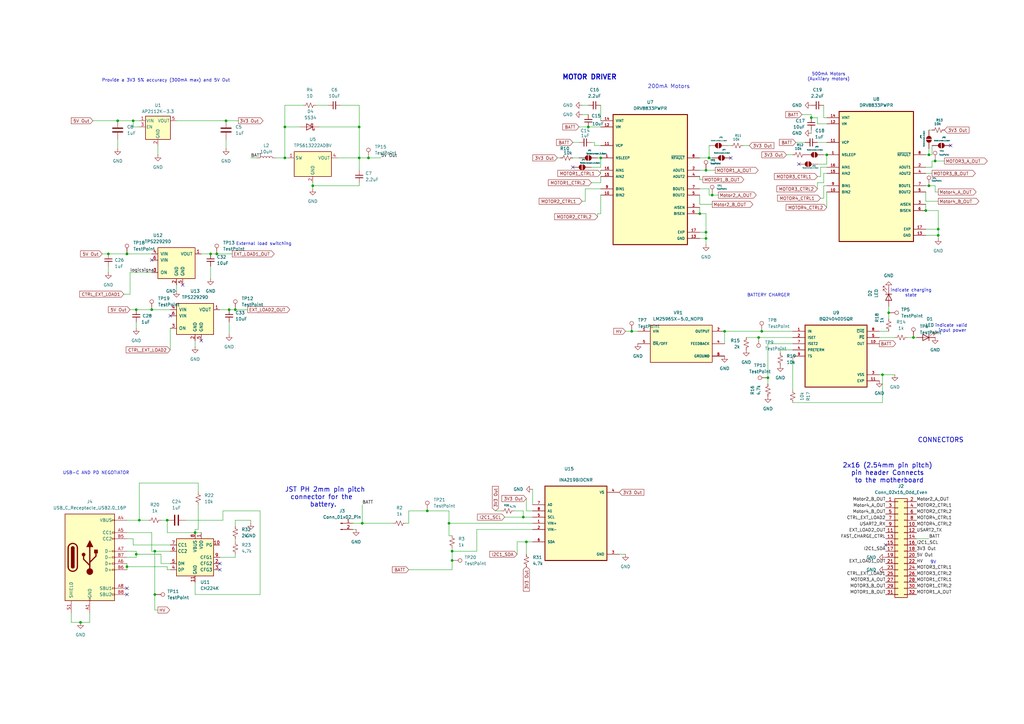
<source format=kicad_sch>
(kicad_sch (version 20250114) (generator "eeschema") (generator_version "9.0")
  (paper "A3")
  (lib_symbols
    (symbol "BQ24040DSQR:BQ24040DSQR" (pin_names (offset 1.016))
      (property "Reference" "U" (at -12.7 13.7 0))
      (property "Value" "BQ24040DSQR" (at -12.7 -16.7 0))
      (symbol "BQ24040DSQR_0_0"
        (pin input line (at -17.78 10.16 0) (length 5.08) (name "IN") (number "1"))
        (pin input line (at -17.78 7.62 0) (length 5.08) (name "ISET") (number "2"))
        (pin input line (at -17.78 5.08 0) (length 5.08) (name "ISET2") (number "7"))
        (pin input line (at -17.78 2.54 0) (length 5.08) (name "PRETERM") (number "4"))
        (pin input line (at -17.78 0 0) (length 5.08) (name "TS") (number "9"))
        (pin output line (at 17.78 10.16 180) (length 5.08) (name "~{CHG}") (number "8"))
        (pin output line (at 17.78 7.62 180) (length 5.08) (name "~{PG}") (number "5"))
        (pin output line (at 17.78 5.08 180) (length 5.08) (name "OUT") (number "10"))
        (pin power_in line (at 17.78 -7.62 180) (length 5.08) (name "VSS") (number "3"))
        (pin power_in line (at 17.78 -10.16 180) (length 5.08) (name "EXP") (number "11"))
      )
    )
    (symbol "Connector:Conn_01x02_Pin" (pin_names (offset 1.016) (hide yes))
      (property "Reference" "J" (at 0 2.54 0))
      (property "Value" "Conn_01x02_Pin" (at 0 -5.08 0))
      (symbol "Conn_01x02_Pin_1_1"
        (pin passive line (at 5.08 0 180) (length 3.81) (name "Pin_1") (number "1"))
        (pin passive line (at 5.08 -2.54 180) (length 3.81) (name "Pin_2") (number "2"))
      )
    )
    (symbol "Connector:TestPoint" (pin_numbers (hide yes)) (pin_names (offset 0.762) (hide yes))
      (property "Reference" "TP" (at 0 6.858 0))
      (property "Value" "TestPoint" (at 0 5.08 0))
      (symbol "TestPoint_1_1"
        (pin passive line (at 0 0 90) (length 2.54) (name "1") (number "1"))
      )
    )
    (symbol "Connector:USB_C_Receptacle_USB2.0_16P" (pin_names (offset 1.016))
      (property "Reference" "J" (at 0 22.225 0))
      (property "Value" "USB_C_Receptacle_USB2.0_16P" (at 0 19.685 0))
      (symbol "USB_C_Receptacle_USB2.0_16P_1_1"
        (pin passive line (at -7.62 -22.86 90) (length 5.08) (name "SHIELD") (number "S1"))
        (pin passive line (at 0 -22.86 90) (length 5.08) (name "GND") (number "A1"))
        (pin passive line (at 0 -22.86 90) (length 5.08) (hide yes) (name "GND") (number "A12"))
        (pin passive line (at 0 -22.86 90) (length 5.08) (hide yes) (name "GND") (number "B1"))
        (pin passive line (at 0 -22.86 90) (length 5.08) (hide yes) (name "GND") (number "B12"))
        (pin passive line (at 15.24 15.24 180) (length 5.08) (name "VBUS") (number "A4"))
        (pin passive line (at 15.24 15.24 180) (length 5.08) (hide yes) (name "VBUS") (number "A9"))
        (pin passive line (at 15.24 15.24 180) (length 5.08) (hide yes) (name "VBUS") (number "B4"))
        (pin passive line (at 15.24 15.24 180) (length 5.08) (hide yes) (name "VBUS") (number "B9"))
        (pin bidirectional line (at 15.24 10.16 180) (length 5.08) (name "CC1") (number "A5"))
        (pin bidirectional line (at 15.24 7.62 180) (length 5.08) (name "CC2") (number "B5"))
        (pin bidirectional line (at 15.24 2.54 180) (length 5.08) (name "D-") (number "A7"))
        (pin bidirectional line (at 15.24 0 180) (length 5.08) (name "D-") (number "B7"))
        (pin bidirectional line (at 15.24 -2.54 180) (length 5.08) (name "D+") (number "A6"))
        (pin bidirectional line (at 15.24 -5.08 180) (length 5.08) (name "D+") (number "B6"))
        (pin bidirectional line (at 15.24 -12.7 180) (length 5.08) (name "SBU1") (number "A8"))
        (pin bidirectional line (at 15.24 -15.24 180) (length 5.08) (name "SBU2") (number "B8"))
      )
    )
    (symbol "Connector_Generic:Conn_02x16_Odd_Even" (pin_names (offset 1.016) (hide yes))
      (property "Reference" "J" (at 1.27 20.32 0))
      (property "Value" "Conn_02x16_Odd_Even" (at 1.27 -22.86 0))
      (symbol "Conn_02x16_Odd_Even_1_1"
        (pin passive line (at -5.08 17.78 0) (length 3.81) (name "Pin_1") (number "1"))
        (pin passive line (at -5.08 15.24 0) (length 3.81) (name "Pin_3") (number "3"))
        (pin passive line (at -5.08 12.7 0) (length 3.81) (name "Pin_5") (number "5"))
        (pin passive line (at -5.08 10.16 0) (length 3.81) (name "Pin_7") (number "7"))
        (pin passive line (at -5.08 7.62 0) (length 3.81) (name "Pin_9") (number "9"))
        (pin passive line (at -5.08 5.08 0) (length 3.81) (name "Pin_11") (number "11"))
        (pin passive line (at -5.08 2.54 0) (length 3.81) (name "Pin_13") (number "13"))
        (pin passive line (at -5.08 0 0) (length 3.81) (name "Pin_15") (number "15"))
        (pin passive line (at -5.08 -2.54 0) (length 3.81) (name "Pin_17") (number "17"))
        (pin passive line (at -5.08 -5.08 0) (length 3.81) (name "Pin_19") (number "19"))
        (pin passive line (at -5.08 -7.62 0) (length 3.81) (name "Pin_21") (number "21"))
        (pin passive line (at -5.08 -10.16 0) (length 3.81) (name "Pin_23") (number "23"))
        (pin passive line (at -5.08 -12.7 0) (length 3.81) (name "Pin_25") (number "25"))
        (pin passive line (at -5.08 -15.24 0) (length 3.81) (name "Pin_27") (number "27"))
        (pin passive line (at -5.08 -17.78 0) (length 3.81) (name "Pin_29") (number "29"))
        (pin passive line (at -5.08 -20.32 0) (length 3.81) (name "Pin_31") (number "31"))
        (pin passive line (at 7.62 17.78 180) (length 3.81) (name "Pin_2") (number "2"))
        (pin passive line (at 7.62 15.24 180) (length 3.81) (name "Pin_4") (number "4"))
        (pin passive line (at 7.62 12.7 180) (length 3.81) (name "Pin_6") (number "6"))
        (pin passive line (at 7.62 10.16 180) (length 3.81) (name "Pin_8") (number "8"))
        (pin passive line (at 7.62 7.62 180) (length 3.81) (name "Pin_10") (number "10"))
        (pin passive line (at 7.62 5.08 180) (length 3.81) (name "Pin_12") (number "12"))
        (pin passive line (at 7.62 2.54 180) (length 3.81) (name "Pin_14") (number "14"))
        (pin passive line (at 7.62 0 180) (length 3.81) (name "Pin_16") (number "16"))
        (pin passive line (at 7.62 -2.54 180) (length 3.81) (name "Pin_18") (number "18"))
        (pin passive line (at 7.62 -5.08 180) (length 3.81) (name "Pin_20") (number "20"))
        (pin passive line (at 7.62 -7.62 180) (length 3.81) (name "Pin_22") (number "22"))
        (pin passive line (at 7.62 -10.16 180) (length 3.81) (name "Pin_24") (number "24"))
        (pin passive line (at 7.62 -12.7 180) (length 3.81) (name "Pin_26") (number "26"))
        (pin passive line (at 7.62 -15.24 180) (length 3.81) (name "Pin_28") (number "28"))
        (pin passive line (at 7.62 -17.78 180) (length 3.81) (name "Pin_30") (number "30"))
        (pin passive line (at 7.62 -20.32 180) (length 3.81) (name "Pin_32") (number "32"))
      )
    )
    (symbol "DRV8833PWPR:DRV8833PWPR" (pin_names (offset 1.016))
      (property "Reference" "U" (at -15.24 28.94 0))
      (property "Value" "DRV8833PWPR" (at -15.24 -29.4 0))
      (symbol "DRV8833PWPR_0_0"
        (pin power_in line (at -20.32 25.4 0) (length 5.08) (name "VINT") (number "14"))
        (pin power_in line (at -20.32 22.86 0) (length 5.08) (name "VM") (number "12"))
        (pin bidirectional line (at -20.32 15.24 0) (length 5.08) (name "VCP") (number "11"))
        (pin input line (at -20.32 10.16 0) (length 5.08) (name "NSLEEP") (number "1"))
        (pin input line (at -20.32 5.08 0) (length 5.08) (name "AIN1") (number "16"))
        (pin input line (at -20.32 2.54 0) (length 5.08) (name "AIN2") (number "15"))
        (pin input line (at -20.32 -2.54 0) (length 5.08) (name "BIN1") (number "9"))
        (pin input line (at -20.32 -5.08 0) (length 5.08) (name "BIN2") (number "10"))
        (pin output line (at 20.32 10.16 180) (length 5.08) (name "~{NFAULT}") (number "8"))
        (pin output line (at 20.32 5.08 180) (length 5.08) (name "AOUT1") (number "2"))
        (pin output line (at 20.32 2.54 180) (length 5.08) (name "AOUT2") (number "4"))
        (pin output line (at 20.32 -2.54 180) (length 5.08) (name "BOUT1") (number "7"))
        (pin output line (at 20.32 -5.08 180) (length 5.08) (name "BOUT2") (number "5"))
        (pin bidirectional line (at 20.32 -10.16 180) (length 5.08) (name "AISEN") (number "3"))
        (pin bidirectional line (at 20.32 -12.7 180) (length 5.08) (name "BISEN") (number "6"))
        (pin passive line (at 20.32 -20.32 180) (length 5.08) (name "EXP") (number "17"))
        (pin power_in line (at 20.32 -22.86 180) (length 5.08) (name "GND") (number "13"))
      )
    )
    (symbol "Device:C" (pin_numbers (hide yes)) (pin_names (offset 0.254))
      (property "Reference" "C" (at 0.635 2.54 0))
      (property "Value" "C" (at 0.635 -2.54 0))
      (symbol "C_1_1"
        (pin passive line (at 0 3.81 270) (length 2.794) (name "~") (number "1"))
        (pin passive line (at 0 -3.81 90) (length 2.794) (name "~") (number "2"))
      )
    )
    (symbol "Device:C_Small" (pin_numbers (hide yes)) (pin_names (offset 0.254) (hide yes))
      (property "Reference" "C" (at 0.254 1.778 0))
      (property "Value" "C_Small" (at 0.254 -2.032 0))
      (symbol "C_Small_1_1"
        (pin passive line (at 0 2.54 270) (length 2.032) (name "~") (number "1"))
        (pin passive line (at 0 -2.54 90) (length 2.032) (name "~") (number "2"))
      )
    )
    (symbol "Device:L" (pin_numbers (hide yes)) (pin_names (offset 1.016) (hide yes))
      (property "Reference" "L" (at -1.27 0 90))
      (property "Value" "L" (at 1.905 0 90))
      (symbol "L_1_1"
        (pin passive line (at 0 3.81 270) (length 1.27) (name "1") (number "1"))
        (pin passive line (at 0 -3.81 90) (length 1.27) (name "2") (number "2"))
      )
    )
    (symbol "Device:LED" (pin_numbers (hide yes)) (pin_names (offset 1.016) (hide yes))
      (property "Reference" "D" (at 0 2.54 0))
      (property "Value" "LED" (at 0 -2.54 0))
      (symbol "LED_1_1"
        (pin passive line (at -3.81 0 0) (length 2.54) (name "K") (number "1"))
        (pin passive line (at 3.81 0 180) (length 2.54) (name "A") (number "2"))
      )
    )
    (symbol "Device:R_Small_US" (pin_numbers (hide yes)) (pin_names (offset 0.254) (hide yes))
      (property "Reference" "R" (at 0.762 0.508 0))
      (property "Value" "R_Small_US" (at 0.762 -1.016 0))
      (symbol "R_Small_US_1_1"
        (pin passive line (at 0 2.54 270) (length 1.016) (name "~") (number "1"))
        (pin passive line (at 0 -2.54 90) (length 1.016) (name "~") (number "2"))
      )
    )
    (symbol "Diode:SS34" (pin_numbers (hide yes)) (pin_names (offset 1.016) (hide yes))
      (property "Reference" "D" (at 0 2.54 0))
      (property "Value" "SS34" (at 0 -2.54 0))
      (symbol "SS34_1_1"
        (pin passive line (at -3.81 0 0) (length 2.54) (name "K") (number "1"))
        (pin passive line (at 3.81 0 180) (length 2.54) (name "A") (number "2"))
      )
    )
    (symbol "INA219BIDCNR:INA219BIDCNR" (pin_names (offset 1.016))
      (property "Reference" "U" (at -12.7 16.24 0))
      (property "Value" "INA219BIDCNR" (at -12.7 -19.24 0))
      (symbol "INA219BIDCNR_0_0"
        (pin input line (at -17.78 7.62 0) (length 5.08) (name "A0") (number "7"))
        (pin input line (at -17.78 5.08 0) (length 5.08) (name "A1") (number "8"))
        (pin input line (at -17.78 2.54 0) (length 5.08) (name "SCL") (number "5"))
        (pin input line (at -17.78 0 0) (length 5.08) (name "VIN+") (number "1"))
        (pin input line (at -17.78 -2.54 0) (length 5.08) (name "VIN-") (number "2"))
        (pin bidirectional line (at -17.78 -7.62 0) (length 5.08) (name "SDA") (number "6"))
        (pin power_in line (at 17.78 12.7 180) (length 5.08) (name "VS") (number "4"))
        (pin power_in line (at 17.78 -12.7 180) (length 5.08) (name "GND") (number "3"))
      )
    )
    (symbol "Interface_USB:CH224K"
      (property "Reference" "U" (at -7.874 -8.89 0))
      (property "Value" "CH224K" (at 3.048 -8.89 0))
      (symbol "CH224K_1_1"
        (pin bidirectional line (at -10.16 5.08 0) (length 2.54) (name "CC1") (number "7"))
        (pin bidirectional line (at -10.16 2.54 0) (length 2.54) (name "CC2") (number "6"))
        (pin bidirectional line (at -10.16 -2.54 0) (length 2.54) (name "DM") (number "5"))
        (pin bidirectional line (at -10.16 -5.08 0) (length 2.54) (name "DP") (number "4"))
        (pin passive line (at 0 10.16 270) (length 2.54) (name "VBUS") (number "8"))
        (pin power_in line (at 0 -10.16 90) (length 2.54) (name "GND") (number "11"))
        (pin power_in line (at 2.54 10.16 270) (length 2.54) (name "VDD") (number "1"))
        (pin open_collector line (at 10.16 5.08 180) (length 2.54) (name "PG") (number "10"))
        (pin passive line (at 10.16 0 180) (length 2.54) (name "CFG1") (number "9"))
        (pin passive line (at 10.16 -2.54 180) (length 2.54) (name "CFG2") (number "2"))
        (pin passive line (at 10.16 -5.08 180) (length 2.54) (name "CFG3") (number "3"))
      )
    )
    (symbol "Jumper:SolderJumper_2_Open" (pin_numbers (hide yes)) (pin_names (offset 0) (hide yes)) (exclude_from_sim yes) (in_bom no)
      (property "Reference" "JP" (at 0 2.032 0))
      (property "Value" "SolderJumper_2_Open" (at 0 -2.54 0))
      (symbol "SolderJumper_2_Open_1_1"
        (pin passive line (at -3.81 0 0) (length 2.54) (name "A") (number "1"))
        (pin passive line (at 3.81 0 180) (length 2.54) (name "B") (number "2"))
      )
    )
    (symbol "LM2596SX-5.0_NOPB:LM2596SX-5.0_NOPB" (pin_names (offset 1.016))
      (property "Reference" "VR" (at -12.7 8.128 0))
      (property "Value" "LM2596SX-5.0_NOPB" (at -12.7 -10.16 0))
      (symbol "LM2596SX-5.0_NOPB_0_0"
        (pin input line (at -17.78 5.08 0) (length 5.08) (name "VIN") (number "1"))
        (pin input line (at -17.78 0 0) (length 5.08) (name "~{ON}/OFF") (number "5"))
        (pin output line (at 17.78 5.08 180) (length 5.08) (name "OUTPUT") (number "2"))
        (pin input line (at 17.78 0 180) (length 5.08) (name "FEEDBACK") (number "4"))
        (pin power_in line (at 17.78 -5.08 180) (length 5.08) (name "GROUND") (number "3"))
        (pin power_in line (at 17.78 -5.08 180) (length 5.08) (name "GROUND") (number "6"))
      )
    )
    (symbol "Power_Management:TPS22929D" (pin_names (offset 1.016))
      (property "Reference" "U" (at -7.62 8.89 0))
      (property "Value" "TPS22929D" (at 7.62 8.89 0))
      (symbol "TPS22929D_1_1"
        (pin power_in line (at -10.16 5.08 0) (length 2.54) (name "VIN") (number "4"))
        (pin power_in line (at -10.16 2.54 0) (length 2.54) (name "VIN") (number "6"))
        (pin input line (at -10.16 -2.54 0) (length 2.54) (name "ON") (number "3"))
        (pin power_in line (at 0 -7.62 90) (length 2.54) (name "GND") (number "2"))
        (pin power_in line (at 2.54 -7.62 90) (length 2.54) (name "GND") (number "5"))
        (pin power_out line (at 10.16 5.08 180) (length 2.54) (name "VOUT") (number "1"))
      )
    )
    (symbol "Regulator_Linear:AP2112K-3.3" (pin_names (offset 0.254))
      (property "Reference" "U" (at -5.08 5.715 0))
      (property "Value" "AP2112K-3.3" (at 0 5.715 0))
      (symbol "AP2112K-3.3_1_1"
        (pin power_in line (at -7.62 2.54 0) (length 2.54) (name "VIN") (number "1"))
        (pin input line (at -7.62 0 0) (length 2.54) (name "EN") (number "3"))
        (pin power_in line (at 0 -7.62 90) (length 2.54) (name "GND") (number "2"))
        (pin no_connect line (at 5.08 0 180) (length 2.54) (hide yes) (name "NC") (number "4"))
        (pin power_out line (at 7.62 2.54 180) (length 2.54) (name "VOUT") (number "5"))
      )
    )
    (symbol "Regulator_Switching:TPS613222ADBV"
      (property "Reference" "U" (at -7.62 6.35 0))
      (property "Value" "TPS613222ADBV" (at 2.54 6.35 0))
      (symbol "TPS613222ADBV_1_1"
        (pin power_in line (at -10.16 2.54 0) (length 2.54) (name "SW") (number "1"))
        (pin no_connect line (at -7.62 -2.54 0) (length 2.54) (hide yes) (name "NC") (number "3"))
        (pin power_in line (at 0 -7.62 90) (length 2.54) (name "GND") (number "2"))
        (pin no_connect line (at 7.62 -2.54 180) (length 2.54) (hide yes) (name "NC") (number "5"))
        (pin power_out line (at 10.16 2.54 180) (length 2.54) (name "VOUT") (number "4"))
      )
    )
    (symbol "power:GND" (power) (pin_numbers (hide yes)) (pin_names (offset 0) (hide yes))
      (property "Value" "GND" (at 0 -3.81 0))
      (symbol "GND_1_1"
        (pin power_in line (at 0 0 270) (length 0) (name "~") (number "1"))
      )
    )
  )
  (text "Provide a 3V3 5% accuracy (300mA max) and 5V Out" (at 68.072 33.02 0) (effects (font (size 1.27 1.27))))
  (text "BATTERY CHARGER" (at 315.214 121.158 0) (effects (font (size 1.27 1.27))))
  (text " JST PH 2mm pin pitch\nconnector for the \nbattery." (at 132.588 203.962 0) (effects (font (size 1.9 1.9) (thickness 0.254) (bold yes))))
  (text "External load switching" (at 108.204 100.076 0) (effects (font (size 1.27 1.27))))
  (text " indicate charging \nstate" (at 373.634 120.142 0) (effects (font (size 1.27 1.27))))
  (text "500mA Motors\n(Auxiliary motors)\n" (at 339.852 31.496 0) (effects (font (size 1.27 1.27))))
  (text "MOTOR DRIVER" (at 241.808 31.75 0) (effects (font (size 2 2) (thickness 0.4) (bold yes))))
  (text "indicate valid\n input power" (at 390.144 134.62 0) (effects (font (size 1.27 1.27))))
  (text "2x16 (2.54mm pin pitch) \npin header Connects \nto the motherboard\n" (at 364.744 194.056 0) (effects (font (size 1.9 1.9) (thickness 0.254) (bold yes))))
  (text "CONNECTORS" (at 385.826 180.594 0) (effects (font (size 1.9 1.9) (thickness 0.254) (bold yes))))
  (text "9V\n" (at 382.778 230.632 0) (effects (font (size 1.27 1.27))))
  (text "USB-C AND PD NEGOTIATOR" (at 39.37 194.056 0) (effects (font (size 1.27 1.27))))
  (text "200mA Motors" (at 274.32 35.56 0) (effects (font (size 1.6 1.6))))
  (junction (at 214.63 212.09))
  (junction (at 33.02 255.27))
  (junction (at 297.18 135.89))
  (junction (at 185.42 226.06))
  (junction (at 151.13 64.77))
  (junction (at 292.1 80.01))
  (junction (at 116.84 64.77))
  (junction (at 63.5 243.84))
  (junction (at 55.88 227.33))
  (junction (at 52.07 232.41))
  (junction (at 289.56 95.25))
  (junction (at 246.38 64.77))
  (junction (at 148.59 214.63))
  (junction (at 384.81 93.98))
  (junction (at 48.26 49.53))
  (junction (at 311.15 138.43))
  (junction (at 287.02 87.63))
  (junction (at 289.56 97.79))
  (junction (at 312.42 135.89))
  (junction (at 54.61 49.53))
  (junction (at 241.3 52.07))
  (junction (at 339.09 63.5))
  (junction (at 361.95 153.67))
  (junction (at 379.73 86.36))
  (junction (at 185.42 229.87))
  (junction (at 88.9 104.14))
  (junction (at 116.84 52.07))
  (junction (at 93.98 127))
  (junction (at 96.52 127))
  (junction (at 332.74 48.26))
  (junction (at 62.23 127))
  (junction (at 383.54 66.04))
  (junction (at 381 63.5))
  (junction (at 63.5 226.06))
  (junction (at 384.81 96.52))
  (junction (at 184.15 214.63))
  (junction (at 381 76.2))
  (junction (at 147.32 52.07))
  (junction (at 128.27 76.2))
  (junction (at 215.9 222.25))
  (junction (at 55.88 127))
  (junction (at 314.96 154.94))
  (junction (at 374.65 138.43))
  (junction (at 92.71 49.53))
  (junction (at 290.83 64.77))
  (junction (at 259.08 135.89))
  (junction (at 44.45 104.14))
  (junction (at 52.07 104.14))
  (junction (at 364.49 128.27))
  (junction (at 57.15 213.36))
  (junction (at 80.01 218.44))
  (junction (at 86.36 104.14))
  (junction (at 289.56 69.85))
  (junction (at 147.32 64.77))
  (junction (at 175.26 209.55))
  (junction (at 68.58 213.36))
  (no_connect (at 389.89 59.69))
  (no_connect (at 52.07 243.84))
  (no_connect (at 299.72 64.77))
  (no_connect (at 82.55 139.7))
  (no_connect (at 90.17 231.14))
  (no_connect (at 363.22 223.52))
  (no_connect (at 327.66 67.31))
  (no_connect (at 90.17 233.68))
  (no_connect (at 69.85 129.54))
  (no_connect (at 234.95 68.58))
  (no_connect (at 52.07 241.3))
  (no_connect (at 74.93 116.84))
  (no_connect (at 62.23 106.68))
  (wire (pts (xy 55.88 132.08) (xy 55.88 134.62)))
  (wire (pts (xy 238.76 46.99) (xy 241.3 46.99)))
  (wire (pts (xy 245.11 64.77) (xy 246.38 64.77)))
  (wire (pts (xy 185.42 224.79) (xy 185.42 226.06)))
  (wire (pts (xy 364.49 128.27) (xy 364.49 125.73)))
  (wire (pts (xy 44.45 104.14) (xy 52.07 104.14)))
  (wire (pts (xy 361.95 153.67) (xy 367.03 153.67)))
  (wire (pts (xy 293.37 69.85) (xy 289.56 69.85)))
  (wire (pts (xy 383.54 78.74) (xy 383.54 76.2)))
  (wire (pts (xy 96.52 215.9) (xy 96.52 213.36)))
  (wire (pts (xy 185.42 226.06) (xy 185.42 229.87)))
  (wire (pts (xy 294.64 80.01) (xy 292.1 80.01)))
  (wire (pts (xy 374.65 138.43) (xy 375.92 138.43)))
  (wire (pts (xy 337.82 43.18) (xy 337.82 48.26)))
  (wire (pts (xy 96.52 222.25) (xy 96.52 220.98)))
  (wire (pts (xy 379.73 63.5) (xy 381 63.5)))
  (wire (pts (xy 52.07 218.44) (xy 62.23 218.44)))
  (wire (pts (xy 339.09 50.8) (xy 335.28 50.8)))
  (wire (pts (xy 325.12 146.05) (xy 325.12 160.02)))
  (wire (pts (xy 387.35 66.04) (xy 383.54 66.04)))
  (wire (pts (xy 212.09 227.33) (xy 212.09 222.25)))
  (wire (pts (xy 240.03 77.47) (xy 246.38 77.47)))
  (wire (pts (xy 44.45 109.22) (xy 44.45 111.76)))
  (wire (pts (xy 292.1 83.82) (xy 287.02 83.82)))
  (wire (pts (xy 337.82 76.2) (xy 337.82 81.28)))
  (wire (pts (xy 218.44 217.17) (xy 195.58 217.17)))
  (wire (pts (xy 54.61 49.53) (xy 54.61 52.07)))
  (wire (pts (xy 335.28 48.26) (xy 332.74 48.26)))
  (wire (pts (xy 297.18 140.97) (xy 297.18 135.89)))
  (wire (pts (xy 289.56 100.33) (xy 289.56 97.79)))
  (wire (pts (xy 86.36 104.14) (xy 88.9 104.14)))
  (wire (pts (xy 116.84 52.07) (xy 116.84 43.18)))
  (wire (pts (xy 55.88 227.33) (xy 55.88 228.6)))
  (wire (pts (xy 113.03 64.77) (xy 116.84 64.77)))
  (wire (pts (xy 81.28 198.12) (xy 81.28 201.93)))
  (wire (pts (xy 146.05 217.17) (xy 144.78 217.17)))
  (wire (pts (xy 384.81 96.52) (xy 384.81 93.98)))
  (wire (pts (xy 337.82 81.28) (xy 336.55 81.28)))
  (wire (pts (xy 57.15 213.36) (xy 60.96 213.36)))
  (wire (pts (xy 92.71 49.53) (xy 97.79 49.53)))
  (wire (pts (xy 52.07 232.41) (xy 52.07 233.68)))
  (wire (pts (xy 339.09 76.2) (xy 337.82 76.2)))
  (wire (pts (xy 290.83 77.47) (xy 287.02 77.47)))
  (wire (pts (xy 215.9 209.55) (xy 215.9 204.47)))
  (wire (pts (xy 116.84 52.07) (xy 123.19 52.07)))
  (wire (pts (xy 96.52 213.36) (xy 102.87 213.36)))
  (wire (pts (xy 139.7 43.18) (xy 147.32 43.18)))
  (wire (pts (xy 106.68 243.84) (xy 80.01 243.84)))
  (wire (pts (xy 379.73 93.98) (xy 384.81 93.98)))
  (wire (pts (xy 82.55 218.44) (xy 80.01 218.44)))
  (wire (pts (xy 80.01 139.7) (xy 80.01 142.24)))
  (wire (pts (xy 287.02 97.79) (xy 289.56 97.79)))
  (wire (pts (xy 93.98 132.08) (xy 93.98 137.16)))
  (wire (pts (xy 62.23 127) (xy 69.85 127)))
  (wire (pts (xy 384.81 97.79) (xy 384.81 96.52)))
  (wire (pts (xy 106.68 209.55) (xy 106.68 243.84)))
  (wire (pts (xy 52.07 231.14) (xy 52.07 232.41)))
  (wire (pts (xy 156.21 64.77) (xy 151.13 64.77)))
  (wire (pts (xy 90.17 228.6) (xy 96.52 228.6)))
  (wire (pts (xy 80.01 217.17) (xy 80.01 218.44)))
  (wire (pts (xy 246.38 74.93) (xy 246.38 72.39)))
  (wire (pts (xy 147.32 69.85) (xy 147.32 64.77)))
  (wire (pts (xy 336.55 72.39) (xy 335.28 72.39)))
  (wire (pts (xy 215.9 222.25) (xy 215.9 227.33)))
  (wire (pts (xy 256.54 135.89) (xy 259.08 135.89)))
  (wire (pts (xy 306.07 138.43) (xy 311.15 138.43)))
  (wire (pts (xy 54.61 223.52) (xy 54.61 220.98)))
  (wire (pts (xy 287.02 87.63) (xy 289.56 87.63)))
  (wire (pts (xy 130.81 52.07) (xy 147.32 52.07)))
  (wire (pts (xy 322.58 63.5) (xy 325.12 63.5)))
  (wire (pts (xy 210.82 209.55) (xy 214.63 209.55)))
  (wire (pts (xy 144.78 214.63) (xy 148.59 214.63)))
  (wire (pts (xy 337.82 74.93) (xy 335.28 74.93)))
  (wire (pts (xy 66.04 231.14) (xy 69.85 231.14)))
  (wire (pts (xy 379.73 96.52) (xy 384.81 96.52)))
  (wire (pts (xy 175.26 209.55) (xy 184.15 209.55)))
  (wire (pts (xy 88.9 104.14) (xy 95.25 104.14)))
  (wire (pts (xy 147.32 52.07) (xy 147.32 64.77)))
  (wire (pts (xy 361.95 165.1) (xy 361.95 153.67)))
  (wire (pts (xy 339.09 63.5) (xy 339.09 67.31)))
  (wire (pts (xy 81.28 217.17) (xy 80.01 217.17)))
  (wire (pts (xy 383.54 76.2) (xy 381 76.2)))
  (wire (pts (xy 102.87 64.77) (xy 105.41 64.77)))
  (wire (pts (xy 228.6 64.77) (xy 229.87 64.77)))
  (wire (pts (xy 364.49 130.81) (xy 364.49 128.27)))
  (wire (pts (xy 335.28 74.93) (xy 335.28 77.47)))
  (wire (pts (xy 167.64 233.68) (xy 185.42 233.68)))
  (wire (pts (xy 381 53.34) (xy 382.27 53.34)))
  (wire (pts (xy 33.02 255.27) (xy 29.21 255.27)))
  (wire (pts (xy 381 60.96) (xy 381 63.5)))
  (wire (pts (xy 195.58 226.06) (xy 185.42 226.06)))
  (wire (pts (xy 148.59 207.01) (xy 148.59 214.63)))
  (wire (pts (xy 381 220.98) (xy 375.92 220.98)))
  (wire (pts (xy 82.55 104.14) (xy 86.36 104.14)))
  (wire (pts (xy 68.58 232.41) (xy 68.58 233.68)))
  (wire (pts (xy 287.02 83.82) (xy 287.02 80.01)))
  (wire (pts (xy 76.2 213.36) (xy 91.44 213.36)))
  (wire (pts (xy 384.81 82.55) (xy 379.73 82.55)))
  (wire (pts (xy 48.26 49.53) (xy 54.61 49.53)))
  (wire (pts (xy 92.71 57.15) (xy 92.71 60.96)))
  (wire (pts (xy 63.5 226.06) (xy 69.85 226.06)))
  (wire (pts (xy 312.42 135.89) (xy 325.12 135.89)))
  (wire (pts (xy 53.34 120.65) (xy 53.34 111.76)))
  (wire (pts (xy 116.84 64.77) (xy 116.84 52.07)))
  (wire (pts (xy 288.29 73.66) (xy 287.02 73.66)))
  (wire (pts (xy 372.11 138.43) (xy 374.65 138.43)))
  (wire (pts (xy 214.63 212.09) (xy 218.44 212.09)))
  (wire (pts (xy 337.82 48.26) (xy 339.09 48.26)))
  (wire (pts (xy 148.59 214.63) (xy 161.29 214.63)))
  (wire (pts (xy 238.76 82.55) (xy 240.03 82.55)))
  (wire (pts (xy 195.58 217.17) (xy 195.58 226.06)))
  (wire (pts (xy 128.27 76.2) (xy 128.27 74.93)))
  (wire (pts (xy 55.88 227.33) (xy 66.04 227.33)))
  (wire (pts (xy 167.64 209.55) (xy 175.26 209.55)))
  (wire (pts (xy 91.44 209.55) (xy 106.68 209.55)))
  (wire (pts (xy 55.88 127) (xy 62.23 127)))
  (wire (pts (xy 384.81 86.36) (xy 379.73 86.36)))
  (wire (pts (xy 29.21 251.46) (xy 29.21 255.27)))
  (wire (pts (xy 246.38 68.58) (xy 246.38 64.77)))
  (wire (pts (xy 52.07 226.06) (xy 55.88 226.06)))
  (wire (pts (xy 360.68 135.89) (xy 364.49 135.89)))
  (wire (pts (xy 53.34 111.76) (xy 62.23 111.76)))
  (wire (pts (xy 80.01 218.44) (xy 68.58 218.44)))
  (wire (pts (xy 384.81 78.74) (xy 383.54 78.74)))
  (wire (pts (xy 292.1 80.01) (xy 290.83 80.01)))
  (wire (pts (xy 218.44 207.01) (xy 218.44 200.66)))
  (wire (pts (xy 287.02 64.77) (xy 290.83 64.77)))
  (wire (pts (xy 246.38 43.18) (xy 246.38 49.53)))
  (wire (pts (xy 242.57 74.93) (xy 246.38 74.93)))
  (wire (pts (xy 38.1 49.53) (xy 48.26 49.53)))
  (wire (pts (xy 184.15 214.63) (xy 184.15 219.71)))
  (wire (pts (xy 314.96 154.94) (xy 314.96 157.48)))
  (wire (pts (xy 128.27 77.47) (xy 128.27 76.2)))
  (wire (pts (xy 246.38 87.63) (xy 246.38 80.01)))
  (wire (pts (xy 339.09 67.31) (xy 335.28 67.31)))
  (wire (pts (xy 335.28 50.8) (xy 335.28 48.26)))
  (wire (pts (xy 339.09 71.12) (xy 337.82 71.12)))
  (wire (pts (xy 212.09 222.25) (xy 215.9 222.25)))
  (wire (pts (xy 234.95 64.77) (xy 237.49 64.77)))
  (wire (pts (xy 41.91 104.14) (xy 44.45 104.14)))
  (wire (pts (xy 96.52 227.33) (xy 96.52 228.6)))
  (wire (pts (xy 93.98 127) (xy 96.52 127)))
  (wire (pts (xy 287.02 85.09) (xy 287.02 87.63)))
  (wire (pts (xy 147.32 74.93) (xy 147.32 76.2)))
  (wire (pts (xy 57.15 198.12) (xy 81.28 198.12)))
  (wire (pts (xy 138.43 64.77) (xy 147.32 64.77)))
  (wire (pts (xy 290.83 59.69) (xy 290.83 64.77)))
  (wire (pts (xy 241.3 52.07) (xy 246.38 52.07)))
  (wire (pts (xy 335.28 58.42) (xy 339.09 58.42)))
  (wire (pts (xy 167.64 214.63) (xy 167.64 209.55)))
  (wire (pts (xy 381 76.2) (xy 379.73 76.2)))
  (wire (pts (xy 207.01 212.09) (xy 214.63 212.09)))
  (wire (pts (xy 328.93 46.99) (xy 332.74 46.99)))
  (wire (pts (xy 57.15 52.07) (xy 54.61 52.07)))
  (wire (pts (xy 311.15 138.43) (xy 325.12 138.43)))
  (wire (pts (xy 332.74 53.34) (xy 332.74 54.61)))
  (wire (pts (xy 360.68 153.67) (xy 361.95 153.67)))
  (wire (pts (xy 214.63 209.55) (xy 214.63 212.09)))
  (wire (pts (xy 290.83 80.01) (xy 290.83 77.47)))
  (wire (pts (xy 72.39 116.84) (xy 72.39 119.38)))
  (wire (pts (xy 381 63.5) (xy 382.27 63.5)))
  (wire (pts (xy 383.54 66.04) (xy 382.27 66.04)))
  (wire (pts (xy 382.27 68.58) (xy 379.73 68.58)))
  (wire (pts (xy 166.37 214.63) (xy 167.64 214.63)))
  (wire (pts (xy 52.07 220.98) (xy 54.61 220.98)))
  (wire (pts (xy 259.08 135.89) (xy 261.62 135.89)))
  (wire (pts (xy 337.82 71.12) (xy 337.82 74.93)))
  (wire (pts (xy 52.07 104.14) (xy 62.23 104.14)))
  (wire (pts (xy 68.58 233.68) (xy 69.85 233.68)))
  (wire (pts (xy 86.36 109.22) (xy 86.36 114.3)))
  (wire (pts (xy 242.57 58.42) (xy 243.84 58.42)))
  (wire (pts (xy 382.27 71.12) (xy 379.73 71.12)))
  (wire (pts (xy 243.84 58.42) (xy 243.84 59.69)))
  (wire (pts (xy 382.27 63.5) (xy 382.27 59.69)))
  (wire (pts (xy 50.8 120.65) (xy 53.34 120.65)))
  (wire (pts (xy 91.44 213.36) (xy 91.44 209.55)))
  (wire (pts (xy 325.12 143.51) (xy 320.04 143.51)))
  (wire (pts (xy 54.61 49.53) (xy 57.15 49.53)))
  (wire (pts (xy 243.84 59.69) (xy 246.38 59.69)))
  (wire (pts (xy 63.5 243.84) (xy 63.5 250.19)))
  (wire (pts (xy 185.42 229.87) (xy 185.42 233.68)))
  (wire (pts (xy 304.8 59.69) (xy 307.34 59.69)))
  (wire (pts (xy 52.07 232.41) (xy 68.58 232.41)))
  (wire (pts (xy 184.15 219.71) (xy 185.42 219.71)))
  (wire (pts (xy 147.32 64.77) (xy 151.13 64.77)))
  (wire (pts (xy 289.56 95.25) (xy 289.56 87.63)))
  (wire (pts (xy 297.18 135.89) (xy 312.42 135.89)))
  (wire (pts (xy 68.58 213.36) (xy 68.58 218.44)))
  (wire (pts (xy 320.04 143.51) (xy 320.04 144.78)))
  (wire (pts (xy 203.2 209.55) (xy 205.74 209.55)))
  (wire (pts (xy 62.23 218.44) (xy 62.23 226.06)))
  (wire (pts (xy 53.34 127) (xy 55.88 127)))
  (wire (pts (xy 69.85 223.52) (xy 54.61 223.52)))
  (wire (pts (xy 245.11 87.63) (xy 246.38 87.63)))
  (wire (pts (xy 245.11 88.9) (xy 245.11 87.63)))
  (wire (pts (xy 382.27 66.04) (xy 382.27 68.58)))
  (wire (pts (xy 237.49 52.07) (xy 241.3 52.07)))
  (wire (pts (xy 234.95 58.42) (xy 237.49 58.42)))
  (wire (pts (xy 325.12 165.1) (xy 361.95 165.1)))
  (wire (pts (xy 129.54 43.18) (xy 134.62 43.18)))
  (wire (pts (xy 289.56 69.85) (xy 287.02 69.85)))
  (wire (pts (xy 290.83 64.77) (xy 292.1 64.77)))
  (wire (pts (xy 337.82 63.5) (xy 339.09 63.5)))
  (wire (pts (xy 218.44 222.25) (xy 215.9 222.25)))
  (wire (pts (xy 241.3 43.18) (xy 238.76 43.18)))
  (wire (pts (xy 62.23 226.06) (xy 63.5 226.06)))
  (wire (pts (xy 116.84 64.77) (xy 118.11 64.77)))
  (wire (pts (xy 64.77 59.69) (xy 64.77 63.5)))
  (wire (pts (xy 289.56 97.79) (xy 289.56 95.25)))
  (wire (pts (xy 63.5 250.19) (xy 64.77 250.19)))
  (wire (pts (xy 48.26 57.15) (xy 48.26 60.96)))
  (wire (pts (xy 72.39 49.53) (xy 92.71 49.53)))
  (wire (pts (xy 287.02 73.66) (xy 287.02 72.39)))
  (wire (pts (xy 218.44 214.63) (xy 184.15 214.63)))
  (wire (pts (xy 240.03 82.55) (xy 240.03 77.47)))
  (wire (pts (xy 96.52 127) (xy 101.6 127)))
  (wire (pts (xy 218.44 209.55) (xy 215.9 209.55)))
  (wire (pts (xy 66.04 227.33) (xy 66.04 231.14)))
  (wire (pts (xy 384.81 93.98) (xy 384.81 86.36)))
  (wire (pts (xy 57.15 213.36) (xy 57.15 198.12)))
  (wire (pts (xy 90.17 127) (xy 93.98 127)))
  (wire (pts (xy 116.84 43.18) (xy 124.46 43.18)))
  (wire (pts (xy 336.55 68.58) (xy 336.55 72.39)))
  (wire (pts (xy 254 227.33) (xy 256.54 227.33)))
  (wire (pts (xy 379.73 82.55) (xy 379.73 78.74)))
  (wire (pts (xy 379.73 83.82) (xy 379.73 86.36)))
  (wire (pts (xy 360.68 138.43) (xy 367.03 138.43)))
  (wire (pts (xy 55.88 226.06) (xy 55.88 227.33)))
  (wire (pts (xy 287.02 95.25) (xy 289.56 95.25)))
  (wire (pts (xy 325.12 140.97) (xy 314.96 140.97)))
  (wire (pts (xy 339.09 68.58) (xy 336.55 68.58)))
  (wire (pts (xy 339.09 85.09) (xy 339.09 78.74)))
  (wire (pts (xy 242.57 68.58) (xy 246.38 68.58)))
  (wire (pts (xy 102.87 213.36) (xy 102.87 214.63)))
  (wire (pts (xy 63.5 226.06) (xy 63.5 243.84)))
  (wire (pts (xy 332.74 46.99) (xy 332.74 48.26)))
  (wire (pts (xy 184.15 209.55) (xy 184.15 214.63)))
  (wire (pts (xy 80.01 243.84) (xy 80.01 238.76)))
  (wire (pts (xy 52.07 213.36) (xy 57.15 213.36)))
  (wire (pts (xy 66.04 213.36) (xy 68.58 213.36)))
  (wire (pts (xy 147.32 43.18) (xy 147.32 52.07)))
  (wire (pts (xy 69.85 134.62) (xy 69.85 143.51)))
  (wire (pts (xy 246.38 71.12) (xy 246.38 69.85)))
  (wire (pts (xy 33.02 255.27) (xy 36.83 255.27)))
  (wire (pts (xy 330.2 58.42) (xy 326.39 58.42)))
  (wire (pts (xy 81.28 207.01) (xy 81.28 217.17)))
  (wire (pts (xy 314.96 140.97) (xy 314.96 154.94)))
  (wire (pts (xy 128.27 76.2) (xy 147.32 76.2)))
  (wire (pts (xy 52.07 228.6) (xy 55.88 228.6)))
  (wire (pts (xy 36.83 251.46) (xy 36.83 255.27)))
  (wire (pts (xy 298.45 59.69) (xy 299.72 59.69)))
  (label "Motor4_A_OUT" (at 363.22 208.28 180))
  (label "Motor2_B_OUT" (at 363.22 205.74 180) (effects (font (thickness 0.1588))))
  (label "I2C1_SDA" (at 363.22 226.06 180))
  (label "MOTOR1_CTRL1" (at 375.92 238.76 0))
  (label "EXT_LOAD1_OUT" (at 363.22 231.14 180))
  (label "Motor2_A_OUT" (at 375.92 205.74 0) (effects (font (thickness 0.1588))))
  (label "CTRL_EXT_LOAD1" (at 363.22 236.22 180))
  (label "MOTOR3_A_OUT" (at 363.22 238.76 180))
  (label "3V3 Out" (at 375.92 226.06 0))
  (label "MOTOR3_CTRL2" (at 375.92 236.22 0))
  (label "logicsignal" (at 53.34 111.76 0))
  (label "MOTOR1_CTRL2" (at 375.92 241.3 0))
  (label "CTRL_EXT_LOAD2" (at 363.22 213.36 180))
  (label "BATT" (at 381 220.98 0))
  (label "MOTOR4_CTRL2" (at 375.92 215.9 0))
  (label "FAST_CHARGE_CTRL" (at 363.22 220.98 180))
  (label "I2C1_SCL" (at 375.92 223.52 0))
  (label "Motor4_B_OUT" (at 363.22 210.82 180))
  (label "EXT_LOAD2_OUT" (at 363.22 218.44 180))
  (label "MOTOR3_B_OUT" (at 363.22 241.3 180))
  (label "HV" (at 375.92 231.14 0))
  (label "USART2_RX" (at 363.22 215.9 180))
  (label "5V Out" (at 375.92 228.6 0))
  (label "MOTOR4_CTRL1" (at 375.92 213.36 0))
  (label "USART2_TX" (at 375.92 218.44 0))
  (label "MOTOR2_CTRL2" (at 375.92 210.82 0))
  (label "MOTOR1_B_OUT" (at 363.22 243.84 180))
  (label "MOTOR2_CTRL1" (at 375.92 208.28 0))
  (label "BATT" (at 148.59 207.01 0) (effects (font (thickness 0.1588))))
  (label "5V Out" (at 156.21 64.77 0))
  (label "MOTOR1_A_OUT" (at 375.92 243.84 0))
  (label "BATT" (at 102.87 64.77 0))
  (label "MOTOR3_CTRL1" (at 375.92 233.68 0))
  (global_label "HV" (shape output) (at 64.77 250.19 0) (property "Intersheetrefs" "${INTERSHEET_REFS}" (effects (hide yes))))
  (global_label "3V3 Out" (shape input) (at 203.2 209.55 90) (property "Intersheetrefs" "${INTERSHEET_REFS}" (effects (hide yes))))
  (global_label "I2C1_SCL" (shape input) (at 207.01 212.09 180) (property "Intersheetrefs" "${INTERSHEET_REFS}" (effects (hide yes))))
  (global_label "5V Out" (shape input) (at 41.91 104.14 180) (property "Intersheetrefs" "${INTERSHEET_REFS}" (effects (hide yes))))
  (global_label "MOTOR4_CTRL2" (shape input) (at 339.09 85.09 180) (property "Intersheetrefs" "${INTERSHEET_REFS}" (effects (hide yes))))
  (global_label "HV" (shape input) (at 256.54 135.89 180) (property "Intersheetrefs" "${INTERSHEET_REFS}" (effects (hide yes))))
  (global_label "BATT" (shape input) (at 234.95 58.42 180) (property "Intersheetrefs" "${INTERSHEET_REFS}" (effects (hide yes))))
  (global_label "BATT" (shape input) (at 328.93 46.99 180) (property "Intersheetrefs" "${INTERSHEET_REFS}" (effects (hide yes))))
  (global_label "MOTOR3_CTRL2" (shape input) (at 335.28 77.47 180) (property "Intersheetrefs" "${INTERSHEET_REFS}" (effects (hide yes))))
  (global_label "MOTOR4_CTRL1 " (shape input) (at 336.55 81.28 180) (property "Intersheetrefs" "${INTERSHEET_REFS}" (effects (hide yes))))
  (global_label "3V3 Out" (shape input) (at 387.35 53.34 0) (property "Intersheetrefs" "${INTERSHEET_REFS}" (effects (hide yes))))
  (global_label "3V3 Out" (shape input) (at 307.34 59.69 0) (property "Intersheetrefs" "${INTERSHEET_REFS}" (effects (hide yes))))
  (global_label "3V3 Out" (shape input) (at 215.9 204.47 180) (property "Intersheetrefs" "${INTERSHEET_REFS}" (effects (hide yes))))
  (global_label "Motor2_A_OUT" (shape output) (at 294.64 80.01 0) (property "Intersheetrefs" "${INTERSHEET_REFS}" (effects (hide yes))))
  (global_label "BATT" (shape input) (at 237.49 52.07 180) (property "Intersheetrefs" "${INTERSHEET_REFS}" (effects (hide yes))))
  (global_label "Motor4_A_OUT" (shape output) (at 384.81 78.74 0) (property "Intersheetrefs" "${INTERSHEET_REFS}" (effects (hide yes))))
  (global_label "BATT" (shape output) (at 360.68 140.97 0) (property "Intersheetrefs" "${INTERSHEET_REFS}" (effects (hide yes))))
  (global_label "BATT" (shape input) (at 167.64 233.68 180) (property "Intersheetrefs" "${INTERSHEET_REFS}" (effects (hide yes))))
  (global_label "I2C1_SDA" (shape input) (at 212.09 227.33 180) (property "Intersheetrefs" "${INTERSHEET_REFS}" (effects (hide yes))))
  (global_label "MOTOR2_CTRL1 " (shape input) (at 238.76 82.55 180) (property "Intersheetrefs" "${INTERSHEET_REFS}" (effects (hide yes))))
  (global_label "3V3 Out" (shape input) (at 228.6 64.77 180) (property "Intersheetrefs" "${INTERSHEET_REFS}" (effects (hide yes))))
  (global_label "MOTOR3_CTRL1 " (shape input) (at 335.28 72.39 180) (property "Intersheetrefs" "${INTERSHEET_REFS}" (effects (hide yes))))
  (global_label "3V3 Out" (shape output) (at 97.79 49.53 0) (property "Intersheetrefs" "${INTERSHEET_REFS}" (effects (hide yes))))
  (global_label "5V Out" (shape input) (at 53.34 127 180) (property "Intersheetrefs" "${INTERSHEET_REFS}" (effects (hide yes))))
  (global_label "MOTOR2_CTRL2 " (shape input) (at 245.11 88.9 180) (property "Intersheetrefs" "${INTERSHEET_REFS}" (effects (hide yes))))
  (global_label "MOTOR1_CTRL2 " (shape input) (at 242.57 74.93 180) (property "Intersheetrefs" "${INTERSHEET_REFS}" (effects (hide yes))))
  (global_label "CTRL_EXT_LOAD1" (shape input) (at 50.8 120.65 180) (property "Intersheetrefs" "${INTERSHEET_REFS}" (effects (hide yes))))
  (global_label "MOTOR3_A_OUT " (shape output) (at 387.35 66.04 0) (property "Intersheetrefs" "${INTERSHEET_REFS}" (effects (hide yes))))
  (global_label "3V3 Out" (shape input) (at 254 201.93 0) (property "Intersheetrefs" "${INTERSHEET_REFS}" (effects (hide yes))))
  (global_label "3V3 Out" (shape input) (at 215.9 232.41 270) (property "Intersheetrefs" "${INTERSHEET_REFS}" (effects (hide yes))))
  (global_label "CTRL_EXT_LOAD2" (shape input) (at 69.85 143.51 180) (property "Intersheetrefs" "${INTERSHEET_REFS}" (effects (hide yes))))
  (global_label "Motor4_B_OUT " (shape output) (at 384.81 82.55 0) (property "Intersheetrefs" "${INTERSHEET_REFS}" (effects (hide yes))))
  (global_label "MOTOR3_B_OUT " (shape output) (at 382.27 71.12 0) (property "Intersheetrefs" "${INTERSHEET_REFS}" (effects (hide yes))))
  (global_label "MOTOR1_CTRL1 " (shape input) (at 246.38 71.12 180) (property "Intersheetrefs" "${INTERSHEET_REFS}" (effects (hide yes))))
  (global_label "Motor2_B_OUT " (shape output) (at 292.1 83.82 0) (property "Intersheetrefs" "${INTERSHEET_REFS}" (effects (hide yes))))
  (global_label "3V3 Out" (shape input) (at 322.58 63.5 180) (property "Intersheetrefs" "${INTERSHEET_REFS}" (effects (hide yes))))
  (global_label "5V Out" (shape input) (at 38.1 49.53 180) (property "Intersheetrefs" "${INTERSHEET_REFS}" (effects (hide yes))))
  (global_label "MOTOR1_B_OUT" (shape output) (at 288.29 73.66 0) (property "Intersheetrefs" "${INTERSHEET_REFS}" (effects (hide yes))))
  (global_label "EXT_LOAD2_OUT" (shape output) (at 101.6 127 0) (property "Intersheetrefs" "${INTERSHEET_REFS}" (effects (hide yes))))
  (global_label "EXT_LOAD1_OUT" (shape output) (at 95.25 104.14 0) (property "Intersheetrefs" "${INTERSHEET_REFS}" (effects (hide yes))))
  (global_label "MOTOR1_A_OUT " (shape output) (at 293.37 69.85 0) (property "Intersheetrefs" "${INTERSHEET_REFS}" (effects (hide yes))))
  (global_label "BATT" (shape input) (at 326.39 58.42 180) (property "Intersheetrefs" "${INTERSHEET_REFS}" (effects (hide yes))))
  (symbol (lib_id "power:GND") (at 146.05 217.17 0) (unit 1)
    (property "Reference" "#PWR057" (effects (hide yes)))
    (property "Value" "GND" (at 146.05 222.25 0))
    (property "Description" "Power symbol creates a global label with name \"GND\" , ground" (effects (hide yes)))
  )
  (symbol (lib_id "power:GND") (at 367.03 153.67 0) (unit 1)
    (property "Reference" "#PWR033" (effects (hide yes)))
    (property "Value" "GND" (at 367.03 158.75 0))
    (property "Description" "Power symbol creates a global label with name \"GND\" , ground" (effects (hide yes)))
  )
  (symbol (lib_id "power:GND") (at 48.26 60.96 0) (unit 1)
    (property "Reference" "#PWR07" (effects (hide yes)))
    (property "Value" "GND" (at 48.26 66.04 0))
    (property "Description" "Power symbol creates a global label with name \"GND\" , ground" (effects (hide yes)))
  )
  (symbol (lib_id "Connector:TestPoint") (at 63.5 243.84 270) (unit 1)
    (property "Reference" "TP11" (at 68.58 242.5699 90) (effects (justify left)))
    (property "Value" "TestPoint" (at 68.58 245.1099 90) (effects (justify left)))
    (property "Footprint" "TestPoint:TestPoint_Pad_D2.0mm" (effects (hide yes)))
    (property "Description" "test point" (effects (hide yes)))
  )
  (symbol (lib_id "power:GND") (at 332.74 43.18 270) (unit 1)
    (property "Reference" "#PWR028" (effects (hide yes)))
    (property "Value" "GND" (at 328.93 43.1799 90) (effects (justify right)))
    (property "Description" "Power symbol creates a global label with name \"GND\" , ground" (effects (hide yes)))
  )
  (symbol (lib_id "Device:C_Small") (at 137.16 43.18 90) (unit 1)
    (property "Reference" "C6" (at 137.1663 36.83 90))
    (property "Value" "10uF" (at 137.1663 39.37 90))
    (property "Footprint" "Capacitor_SMD:C_0402_1005Metric_Pad0.74x0.62mm_HandSolder" (effects (hide yes)))
    (property "Description" "Unpolarized capacitor, small symbol" (effects (hide yes)))
  )
  (symbol (lib_id "Connector:TestPoint") (at 289.56 69.85 0) (unit 1)
    (property "Reference" "TP2" (at 291.338 65.786 0) (effects (font (size 0.7 0.7)) (justify left)))
    (property "Value" "TestPoint" (at 291.338 67.056 0) (effects (font (size 0.6 0.6)) (justify left)))
    (property "Footprint" "TestPoint:TestPoint_Pad_D2.0mm" (effects (hide yes)))
    (property "Description" "test point" (effects (hide yes)))
  )
  (symbol (lib_id "Connector:TestPoint") (at 259.08 135.89 0) (unit 1)
    (property "Reference" "TP7" (at 261.62 131.3179 0) (effects (justify left)))
    (property "Value" "TestPoint" (at 261.62 133.8579 0) (effects (justify left)))
    (property "Footprint" "TestPoint:TestPoint_Pad_D2.0mm" (effects (hide yes)))
    (property "Description" "test point" (effects (hide yes)))
  )
  (symbol (lib_id "Power_Management:TPS22929D") (at 80.01 132.08 0) (unit 1)
    (property "Reference" "U13" (at 80.01 119.38 0))
    (property "Value" "TPS22929D" (at 80.01 121.92 0))
    (property "Footprint" "Package_TO_SOT_SMD:SOT-23-6" (effects (hide yes)))
    (property "Datasheet" "http://www.ti.com/lit/ds/symlink/tps22929d.pdf" (effects (hide yes)))
    (property "Description" "High side, power distribution switch, 1.4V-5.5V, 1.8A, SOT23-6 package" (effects (hide yes)))
    (property "LCSC" "C415177 " (effects (hide yes)))
  )
  (symbol (lib_id "Regulator_Linear:AP2112K-3.3") (at 64.77 52.07 0) (unit 1)
    (property "Reference" "U1" (at 64.77 43.18 0))
    (property "Value" "AP2112K-3.3" (at 64.77 45.72 0))
    (property "Footprint" "Package_TO_SOT_SMD:SOT-23-5" (effects (hide yes)))
    (property "Datasheet" "https://www.diodes.com/assets/Datasheets/AP2112.pdf" (effects (hide yes)))
    (property "Description" "600mA low dropout linear regulator, with enable pin, 3.8V-6V input voltage range, 3.3V fixed positive output, SOT-23-5" (effects (hide yes)))
  )
  (symbol (lib_id "Device:LED") (at 379.73 138.43 180) (unit 1)
    (property "Reference" "D1" (at 381.3175 130.81 0))
    (property "Value" "LED" (at 381.3175 133.35 0))
    (property "Footprint" "LED_SMD:LED_0805_2012Metric_Pad1.15x1.40mm_HandSolder" (effects (hide yes)))
    (property "Description" "Light emitting diode" (effects (hide yes)))
    (property "Sim.Pins" "1=K 2=A" (effects (hide yes)))
  )
  (symbol (lib_id "Device:R_Small_US") (at 96.52 224.79 0) (unit 1)
    (property "Reference" "R23" (at 99.06 223.5199 0) (effects (justify left)))
    (property "Value" "4.7k" (at 99.06 226.0599 0) (effects (justify left)))
    (property "Footprint" "Resistor_SMD:R_0402_1005Metric_Pad0.72x0.64mm_HandSolder" (effects (hide yes)))
    (property "Description" "Resistor, small US symbol" (effects (hide yes)))
  )
  (symbol (lib_id "power:GND") (at 86.36 114.3 0) (unit 1)
    (property "Reference" "#PWR054" (effects (hide yes)))
    (property "Value" "GND" (at 86.36 119.38 0))
    (property "Description" "Power symbol creates a global label with name \"GND\" , ground" (effects (hide yes)))
  )
  (symbol (lib_id "Connector:TestPoint") (at 292.1 80.01 0) (unit 1)
    (property "Reference" "TP1" (at 294.132 76.2 0) (effects (font (size 0.7 0.7)) (justify left)))
    (property "Value" "TestPoint" (at 293.878 77.47 0) (effects (font (size 0.6 0.6)) (justify left)))
    (property "Footprint" "TestPoint:TestPoint_Pad_D2.0mm" (effects (hide yes)))
    (property "Description" "test point" (effects (hide yes)))
  )
  (symbol (lib_id "power:GND") (at 363.22 228.6 270) (unit 1)
    (property "Reference" "#PWR019" (effects (hide yes)))
    (property "Value" "GND" (at 359.41 228.5999 90) (effects (justify right)))
    (property "Description" "Power symbol creates a global label with name \"GND\" , ground" (effects (hide yes)))
  )
  (symbol (lib_id "Device:R_Small_US") (at 327.66 63.5 270) (unit 1)
    (property "Reference" "R12" (at 328.168 59.436 90) (effects (font (size 0.9 0.9))))
    (property "Value" "10k" (at 327.406 60.96 90) (effects (font (size 1 1))))
    (property "Footprint" "Resistor_SMD:R_0402_1005Metric_Pad0.72x0.64mm_HandSolder" (effects (hide yes)))
    (property "Description" "Resistor, small US symbol" (effects (hide yes)))
  )
  (symbol (lib_id "DRV8833PWPR:DRV8833PWPR") (at 266.7 74.93 0) (unit 1)
    (property "Reference" "U7" (at 266.7 41.91 0))
    (property "Value" "DRV8833PWPR" (at 266.7 44.45 0))
    (property "Footprint" "Package_SO:TSSOP-16-1EP_4.4x5mm_P0.65mm_EP3x3mm" (effects (hide yes)))
    (property "Datasheet" "https://jlcpcb.com/api/file/downloadByFileSystemAccessId/8588881461298802689" (effects (hide yes)))
    (property "MF" "Texas Instruments" (effects (hide yes)))
    (property "MOUSER-PURCHASE-URL" "https://snapeda.com/shop?store=Mouser&id=377881" (effects (hide yes)))
    (property "DESCRIPTION" "10.8-V, 2-A dual H-bridge motor driver with current regulation 16-HTSSOP -40 to 85" (effects (hide yes)))
    (property "PACKAGE" "HTSSOP-16 Texas Instruments" (effects (hide yes)))
    (property "Price" "None" (effects (hide yes)))
    (property "PRICE" "None" (effects (hide yes)))
    (property "Package" "HTSSOP-16 Texas Instruments" (effects (hide yes)))
    (property "Check_prices" "https://www.snapeda.com/parts/DRV8833PWPR/Texas+Instruments/view-part/?ref=eda" (effects (hide yes)))
    (property "STANDARD" "Manufacturer Recommendations" (effects (hide yes)))
    (property "PARTREV" "E" (effects (hide yes)))
    (property "SnapEDA_Link" "https://www.snapeda.com/parts/DRV8833PWPR/Texas+Instruments/view-part/?ref=snap" (effects (hide yes)))
    (property "MP" "DRV8833PWPR" (effects (hide yes)))
    (property "TEXAS_INSTRUMENTS-PURCHASE-URL" "https://snapeda.com/shop?store=Texas+Instruments&id=377881" (effects (hide yes)))
    (property "MAXIMUM_PACKAGE_HEIGHT" "1.2mm" (effects (hide yes)))
    (property "Description_1" "\n                        \n                            10.8-V, 2-A dual H-bridge motor driver with current regulation\n                        \n" (effects (hide yes)))
    (property "Availability" "In Stock" (effects (hide yes)))
    (property "AVAILABILITY" "Warning" (effects (hide yes)))
    (property "DIGIKEY-PURCHASE-URL" "https://snapeda.com/shop?store=DigiKey&id=377881" (effects (hide yes)))
    (property "MANUFACTURER" "Texas Instruments" (effects (hide yes)))
    (property "LCSC" "C50506" (effects (hide yes)))
  )
  (symbol (lib_id "Device:C_Small") (at 332.74 58.42 270) (unit 1)
    (property "Reference" "C18" (at 336.296 53.594 90))
    (property "Value" "1uF" (at 336.042 56.134 90))
    (property "Footprint" "Capacitor_SMD:C_0402_1005Metric_Pad0.74x0.62mm_HandSolder" (effects (hide yes)))
    (property "Description" "Unpolarized capacitor, small symbol" (effects (hide yes)))
  )
  (symbol (lib_id "Device:C_Small") (at 55.88 129.54 0) (unit 1)
    (property "Reference" "C28" (at 58.42 129.5462 0) (effects (justify left)))
    (property "Value" "1uF" (at 57.912 132.08 0) (effects (justify left)))
    (property "Footprint" "Capacitor_SMD:C_0402_1005Metric_Pad0.74x0.62mm_HandSolder" (effects (hide yes)))
    (property "Description" "Unpolarized capacitor, small symbol" (effects (hide yes)))
  )
  (symbol (lib_id "Jumper:SolderJumper_2_Open") (at 331.47 67.31 0) (unit 1) (exclude_from_sim yes) (in_bom no)
    (property "Reference" "JP3" (at 333.756 68.072 0) (effects (font (size 0.5 0.5))))
    (property "Value" "SolderJumper_2_Open" (at 332.486 68.834 0) (effects (font (size 0.4 0.4))))
    (property "Footprint" "Jumper:SolderJumper-2_P1.3mm_Open_RoundedPad1.0x1.5mm" (effects (hide yes)))
    (property "Description" "Solder Jumper, 2-pole, open" (effects (hide yes)))
  )
  (symbol (lib_id "power:GND") (at 360.68 156.21 0) (unit 1)
    (property "Reference" "#PWR035" (effects (hide yes)))
    (property "Value" "GND" (at 360.68 161.29 0))
    (property "Description" "Power symbol creates a global label with name \"GND\" , ground" (effects (hide yes)))
  )
  (symbol (lib_id "Device:R_Small_US") (at 364.49 133.35 0) (unit 1)
    (property "Reference" "R18" (at 359.664 130.302 90))
    (property "Value" "1k" (at 361.696 131.318 90))
    (property "Footprint" "Resistor_SMD:R_0402_1005Metric_Pad0.72x0.64mm_HandSolder" (effects (hide yes)))
    (property "Description" "Resistor, small US symbol" (effects (hide yes)))
  )
  (symbol (lib_id "Device:R_Small_US") (at 232.41 64.77 270) (unit 1)
    (property "Reference" "R10" (at 231.648 60.96 90))
    (property "Value" "10k" (at 232.918 62.738 90))
    (property "Footprint" "Resistor_SMD:R_0402_1005Metric_Pad0.72x0.64mm_HandSolder" (effects (hide yes)))
    (property "Description" "Resistor, small US symbol" (effects (hide yes)))
  )
  (symbol (lib_id "Connector:TestPoint") (at 314.96 154.94 90) (unit 1)
    (property "Reference" "TP10" (at 311.658 149.86 90))
    (property "Value" "TestPoint" (at 311.658 152.4 90))
    (property "Footprint" "TestPoint:TestPoint_Pad_D2.0mm" (effects (hide yes)))
    (property "Description" "test point" (effects (hide yes)))
  )
  (symbol (lib_id "Device:C_Small") (at 335.28 43.18 270) (unit 1)
    (property "Reference" "C19" (at 335.2736 36.83 90))
    (property "Value" "2.2uF" (at 335.2736 39.37 90))
    (property "Footprint" "Capacitor_SMD:C_0402_1005Metric_Pad0.74x0.62mm_HandSolder" (effects (hide yes)))
    (property "Description" "Unpolarized capacitor, small symbol" (effects (hide yes)))
  )
  (symbol (lib_id "Jumper:SolderJumper_2_Open") (at 381 57.15 90) (unit 1) (exclude_from_sim yes) (in_bom no)
    (property "Reference" "JP9" (at 377.698 56.134 0) (effects (font (size 0.5 0.5))))
    (property "Value" "SolderJumper_2_Open" (at 378.968 56.896 0) (effects (font (size 0.4 0.4))))
    (property "Footprint" "Jumper:SolderJumper-2_P1.3mm_Open_RoundedPad1.0x1.5mm" (effects (hide yes)))
    (property "Description" "Solder Jumper, 2-pole, open" (effects (hide yes)))
  )
  (symbol (lib_id "power:GND") (at 80.01 142.24 0) (unit 1)
    (property "Reference" "#PWR052" (effects (hide yes)))
    (property "Value" "GND" (at 80.01 147.32 0))
    (property "Description" "Power symbol creates a global label with name \"GND\" , ground" (effects (hide yes)))
  )
  (symbol (lib_id "Device:R_Small_US") (at 320.04 147.32 0) (unit 1)
    (property "Reference" "R19" (at 322.58 146.0499 0) (effects (justify left)))
    (property "Value" "10k" (at 322.58 148.5899 0) (effects (justify left)))
    (property "Footprint" "Resistor_SMD:R_0402_1005Metric_Pad0.72x0.64mm_HandSolder" (effects (hide yes)))
    (property "Description" "Resistor, small US symbol" (effects (hide yes)))
  )
  (symbol (lib_id "Device:R_Small_US") (at 127 43.18 270) (unit 1)
    (property "Reference" "R4" (at 127 36.83 90))
    (property "Value" "10" (at 127 39.37 90))
    (property "Footprint" "Resistor_SMD:R_0402_1005Metric_Pad0.72x0.64mm_HandSolder" (effects (hide yes)))
    (property "Description" "Resistor, small US symbol" (effects (hide yes)))
  )
  (symbol (lib_id "Jumper:SolderJumper_2_Open") (at 294.64 59.69 0) (unit 1) (exclude_from_sim yes) (in_bom no)
    (property "Reference" "JP5" (at 295.656 56.388 0) (effects (font (size 0.5 0.5))))
    (property "Value" "SolderJumper_2_Open" (at 294.894 57.658 0) (effects (font (size 0.4 0.4))))
    (property "Footprint" "Jumper:SolderJumper-2_P1.3mm_Open_RoundedPad1.0x1.5mm" (effects (hide yes)))
    (property "Description" "Solder Jumper, 2-pole, open" (effects (hide yes)))
  )
  (symbol (lib_id "Diode:SS34") (at 127 52.07 180) (unit 1)
    (property "Reference" "D4" (at 127.3175 45.72 0))
    (property "Value" "SS34" (at 127.3175 48.26 0))
    (property "Footprint" "Diode_SMD:D_SMA" (effects (hide yes)))
    (property "Datasheet" "https://www.vishay.com/docs/88751/ss32.pdf" (effects (hide yes)))
    (property "Description" "40V 3A Schottky Diode, SMA" (effects (hide yes)))
  )
  (symbol (lib_id "DRV8833PWPR:DRV8833PWPR") (at 359.41 73.66 0) (unit 1)
    (property "Reference" "U8" (at 359.41 40.64 0))
    (property "Value" "DRV8833PWPR" (at 359.41 43.18 0))
    (property "Footprint" "Package_SO:TSSOP-16-1EP_4.4x5mm_P0.65mm_EP3x3mm" (effects (hide yes)))
    (property "Datasheet" "https://jlcpcb.com/api/file/downloadByFileSystemAccessId/8588881461298802689" (effects (hide yes)))
    (property "MF" "Texas Instruments" (effects (hide yes)))
    (property "MOUSER-PURCHASE-URL" "https://snapeda.com/shop?store=Mouser&id=377881" (effects (hide yes)))
    (property "DESCRIPTION" "10.8-V, 2-A dual H-bridge motor driver with current regulation 16-HTSSOP -40 to 85" (effects (hide yes)))
    (property "PACKAGE" "HTSSOP-16 Texas Instruments" (effects (hide yes)))
    (property "Price" "None" (effects (hide yes)))
    (property "PRICE" "None" (effects (hide yes)))
    (property "Package" "HTSSOP-16 Texas Instruments" (effects (hide yes)))
    (property "Check_prices" "https://www.snapeda.com/parts/DRV8833PWPR/Texas+Instruments/view-part/?ref=eda" (effects (hide yes)))
    (property "STANDARD" "Manufacturer Recommendations" (effects (hide yes)))
    (property "PARTREV" "E" (effects (hide yes)))
    (property "SnapEDA_Link" "https://www.snapeda.com/parts/DRV8833PWPR/Texas+Instruments/view-part/?ref=snap" (effects (hide yes)))
    (property "MP" "DRV8833PWPR" (effects (hide yes)))
    (property "TEXAS_INSTRUMENTS-PURCHASE-URL" "https://snapeda.com/shop?store=Texas+Instruments&id=377881" (effects (hide yes)))
    (property "MAXIMUM_PACKAGE_HEIGHT" "1.2mm" (effects (hide yes)))
    (property "Description_1" "\n                        \n                            10.8-V, 2-A dual H-bridge motor driver with current regulation\n                        \n" (effects (hide yes)))
    (property "Availability" "In Stock" (effects (hide yes)))
    (property "AVAILABILITY" "Warning" (effects (hide yes)))
    (property "DIGIKEY-PURCHASE-URL" "https://snapeda.com/shop?store=DigiKey&id=377881" (effects (hide yes)))
    (property "MANUFACTURER" "Texas Instruments" (effects (hide yes)))
    (property "LCSC" "C50506" (effects (hide yes)))
  )
  (symbol (lib_id "Device:R_Small_US") (at 185.42 222.25 0) (unit 1)
    (property "Reference" "R3" (at 187.96 220.9799 0) (effects (justify left)))
    (property "Value" "1k" (at 187.96 223.5199 0) (effects (justify left)))
    (property "Footprint" "Resistor_SMD:R_0402_1005Metric_Pad0.72x0.64mm_HandSolder" (effects (hide yes)))
    (property "Description" "Resistor, small US symbol" (effects (hide yes)))
  )
  (symbol (lib_id "power:GND") (at 256.54 227.33 0) (unit 1)
    (property "Reference" "#PWR061" (effects (hide yes)))
    (property "Value" "GND" (at 256.54 232.41 0))
    (property "Description" "Power symbol creates a global label with name \"GND\" , ground" (effects (hide yes)))
  )
  (symbol (lib_id "Device:R_Small_US") (at 314.96 160.02 0) (mirror x) (unit 1)
    (property "Reference" "R16" (at 308.61 160.02 90))
    (property "Value" "4.7k" (at 311.15 160.02 90))
    (property "Footprint" "Resistor_SMD:R_0402_1005Metric_Pad0.72x0.64mm_HandSolder" (effects (hide yes)))
    (property "Description" "Resistor, small US symbol" (effects (hide yes)))
  )
  (symbol (lib_id "Connector:Conn_01x02_Pin") (at 139.7 214.63 0) (unit 1)
    (property "Reference" "J3" (at 140.335 209.55 0))
    (property "Value" "Conn_01x02_Pin" (at 140.335 212.09 0))
    (property "Footprint" "Connector_JST:JST_PH_S2B-PH-K_1x02_P2.00mm_Horizontal" (effects (hide yes)))
    (property "Description" "Generic connector, single row, 01x02, script generated" (effects (hide yes)))
  )
  (symbol (lib_id "Connector:TestPoint") (at 175.26 209.55 0) (unit 1)
    (property "Reference" "TP21" (at 177.8 204.9779 0) (effects (justify left)))
    (property "Value" "TestPoint" (at 177.8 207.5179 0) (effects (justify left)))
    (property "Footprint" "TestPoint:TestPoint_Pad_D2.0mm" (effects (hide yes)))
    (property "Description" "test point" (effects (hide yes)))
  )
  (symbol (lib_id "Interface_USB:CH224K") (at 80.01 228.6 0) (unit 1)
    (property "Reference" "U11" (at 82.1533 238.76 0) (effects (justify left)))
    (property "Value" "CH224K" (at 82.1533 241.3 0) (effects (justify left)))
    (property "Footprint" "Package_SO:SSOP-10-1EP_3.9x4.9mm_P1mm_EP2.1x3.3mm" (effects (hide yes)))
    (property "Datasheet" "https://www.wch.cn/downloads/file/301.html" (effects (hide yes)))
    (property "Description" "100W USB Type-C PD3.0/2.0, BC1.2 Sink Controller, SSOP-10" (effects (hide yes)))
  )
  (symbol (lib_id "Device:R_Small_US") (at 369.57 138.43 270) (unit 1)
    (property "Reference" "R14" (at 369.57 132.08 90))
    (property "Value" "1k" (at 369.57 134.62 90))
    (property "Footprint" "Resistor_SMD:R_0402_1005Metric_Pad0.72x0.64mm_HandSolder" (effects (hide yes)))
    (property "Description" "Resistor, small US symbol" (effects (hide yes)))
  )
  (symbol (lib_id "Connector:TestPoint") (at 88.9 104.14 0) (unit 1)
    (property "Reference" "TP13" (at 91.44 99.5679 0) (effects (justify left)))
    (property "Value" "TestPoint" (at 91.44 102.1079 0) (effects (justify left)))
    (property "Footprint" "TestPoint:TestPoint_Pad_D2.0mm" (effects (hide yes)))
    (property "Description" "test point" (effects (hide yes)))
  )
  (symbol (lib_id "Connector:TestPoint") (at 96.52 127 0) (unit 1)
    (property "Reference" "TP12" (at 99.06 122.4279 0) (effects (justify left)))
    (property "Value" "TestPoint" (at 99.06 124.9679 0) (effects (justify left)))
    (property "Footprint" "TestPoint:TestPoint_Pad_D2.0mm" (effects (hide yes)))
    (property "Description" "test point" (effects (hide yes)))
  )
  (symbol (lib_id "power:GND") (at 92.71 60.96 0) (unit 1)
    (property "Reference" "#PWR04" (effects (hide yes)))
    (property "Value" "GND" (at 92.71 66.04 0))
    (property "Description" "Power symbol creates a global label with name \"GND\" , ground" (effects (hide yes)))
  )
  (symbol (lib_id "Device:C_Small") (at 147.32 72.39 0) (unit 1)
    (property "Reference" "C7" (at 149.86 71.1262 0) (effects (justify left)))
    (property "Value" "2.2uF" (at 149.86 73.6662 0) (effects (justify left)))
    (property "Footprint" "Capacitor_SMD:C_0402_1005Metric_Pad0.74x0.62mm_HandSolder" (effects (hide yes)))
    (property "Description" "Unpolarized capacitor, small symbol" (effects (hide yes)))
  )
  (symbol (lib_id "Device:C_Small") (at 93.98 129.54 0) (unit 1)
    (property "Reference" "C33" (at 96.52 128.2762 0) (effects (justify left)))
    (property "Value" "10uF" (at 96.52 130.8162 0) (effects (justify left)))
    (property "Footprint" "Capacitor_SMD:C_0402_1005Metric_Pad0.74x0.62mm_HandSolder" (effects (hide yes)))
    (property "Description" "Unpolarized capacitor, small symbol" (effects (hide yes)))
  )
  (symbol (lib_id "power:GND") (at 364.49 118.11 180) (unit 1)
    (property "Reference" "#PWR037" (effects (hide yes)))
    (property "Value" "GND" (at 364.49 113.03 0))
    (property "Description" "Power symbol creates a global label with name \"GND\" , ground" (effects (hide yes)))
  )
  (symbol (lib_id "Jumper:SolderJumper_2_Open") (at 238.76 68.58 0) (unit 1) (exclude_from_sim yes) (in_bom no)
    (property "Reference" "JP4" (at 239.268 65.532 0) (effects (font (size 0.5 0.5))))
    (property "Value" "SolderJumper_2_Open" (at 242.062 66.802 0) (effects (font (size 0.5 0.5))))
    (property "Footprint" "Jumper:SolderJumper-2_P1.3mm_Open_RoundedPad1.0x1.5mm" (effects (hide yes)))
    (property "Description" "Solder Jumper, 2-pole, open" (effects (hide yes)))
  )
  (symbol (lib_id "Connector:TestPoint") (at 311.15 138.43 180) (unit 1)
    (property "Reference" "TP9" (at 313.69 140.4619 0) (effects (justify right)))
    (property "Value" "TestPoint" (at 313.69 143.0019 0) (effects (justify right)))
    (property "Footprint" "TestPoint:TestPoint_Pad_D2.0mm" (effects (hide yes)))
    (property "Description" "test point" (effects (hide yes)))
  )
  (symbol (lib_id "power:GND") (at 238.76 43.18 270) (unit 1)
    (property "Reference" "#PWR025" (effects (hide yes)))
    (property "Value" "GND" (at 234.95 43.1799 90) (effects (justify right)))
    (property "Description" "Power symbol creates a global label with name \"GND\" , ground" (effects (hide yes)))
  )
  (symbol (lib_id "power:GND") (at 72.39 119.38 0) (unit 1)
    (property "Reference" "#PWR051" (effects (hide yes)))
    (property "Value" "GND" (at 70.104 119.38 0))
    (property "Description" "Power symbol creates a global label with name \"GND\" , ground" (effects (hide yes)))
  )
  (symbol (lib_id "power:GND") (at 218.44 200.66 270) (unit 1)
    (property "Reference" "#PWR060" (effects (hide yes)))
    (property "Value" "GND" (at 214.63 200.6599 90) (effects (justify right)))
    (property "Description" "Power symbol creates a global label with name \"GND\" , ground" (effects (hide yes)))
  )
  (symbol (lib_id "Connector:USB_C_Receptacle_USB2.0_16P") (at 36.83 228.6 0) (unit 1)
    (property "Reference" "J4" (at 36.83 205.74 0))
    (property "Value" "USB_C_Receptacle_USB2.0_16P" (at 36.83 208.28 0))
    (property "Footprint" "Connector_USB:USB_C_Receptacle_HCTL_HC-TYPE-C-16P-01A" (effects (hide yes)))
    (property "Datasheet" "https://www.usb.org/sites/default/files/documents/usb_type-c.zip" (effects (hide yes)))
    (property "Description" "USB 2.0-only 16P Type-C Receptacle connector" (effects (hide yes)))
    (property "LCSC" "C134092" (effects (hide yes)))
  )
  (symbol (lib_id "Jumper:SolderJumper_2_Open") (at 241.3 64.77 0) (unit 1) (exclude_from_sim yes) (in_bom no)
    (property "Reference" "JP1" (at 241.808 61.722 0) (effects (font (size 0.5 0.5))))
    (property "Value" "SolderJumper_2_Open" (at 244.602 62.992 0) (effects (font (size 0.5 0.5))))
    (property "Footprint" "Jumper:SolderJumper-2_P1.3mm_Open_RoundedPad1.0x1.5mm" (effects (hide yes)))
    (property "Description" "Solder Jumper, 2-pole, open" (effects (hide yes)))
  )
  (symbol (lib_id "Device:R_Small_US") (at 302.26 59.69 270) (unit 1)
    (property "Reference" "R11" (at 302.768 55.626 90) (effects (font (size 0.9 0.9))))
    (property "Value" "10k" (at 302.006 57.15 90) (effects (font (size 1 1))))
    (property "Footprint" "Resistor_SMD:R_0402_1005Metric_Pad0.72x0.64mm_HandSolder" (effects (hide yes)))
    (property "Description" "Resistor, small US symbol" (effects (hide yes)))
  )
  (symbol (lib_id "Connector:TestPoint") (at 381 76.2 0) (unit 1)
    (property "Reference" "TP4" (at 382.27 73.152 0) (effects (font (size 0.6 0.6)) (justify left)))
    (property "Value" "TestPoint" (at 382.016 74.168 0) (effects (font (size 0.6 0.6)) (justify left)))
    (property "Footprint" "TestPoint:TestPoint_Pad_D2.0mm" (effects (hide yes)))
    (property "Description" "test point" (effects (hide yes)))
  )
  (symbol (lib_id "Device:R_Small_US") (at 81.28 204.47 0) (unit 1)
    (property "Reference" "R22" (at 83.82 203.1999 0) (effects (justify left)))
    (property "Value" "10k" (at 83.82 205.7399 0) (effects (justify left)))
    (property "Footprint" "Resistor_SMD:R_0402_1005Metric_Pad0.72x0.64mm_HandSolder" (effects (hide yes)))
    (property "Description" "Resistor, small US symbol" (effects (hide yes)))
  )
  (symbol (lib_id "Device:LED") (at 364.49 121.92 270) (unit 1)
    (property "Reference" "D2" (at 356.87 120.3325 0))
    (property "Value" "LED" (at 359.41 120.3325 0))
    (property "Footprint" "LED_SMD:LED_0805_2012Metric_Pad1.15x1.40mm_HandSolder" (effects (hide yes)))
    (property "Description" "Light emitting diode" (effects (hide yes)))
    (property "Sim.Pins" "1=K 2=A" (effects (hide yes)))
  )
  (symbol (lib_id "Connector:TestPoint") (at 383.54 66.04 0) (unit 1)
    (property "Reference" "TP3" (at 385.318 61.976 0) (effects (font (size 0.6 0.6)) (justify left)))
    (property "Value" "TestPoint" (at 385.064 63.5 0) (effects (font (size 0.6 0.6)) (justify left)))
    (property "Footprint" "TestPoint:TestPoint_Pad_D2.0mm" (effects (hide yes)))
    (property "Description" "test point" (effects (hide yes)))
  )
  (symbol (lib_id "Device:R_Small_US") (at 215.9 229.87 0) (unit 1)
    (property "Reference" "R31" (at 218.44 228.5999 0) (effects (justify left)))
    (property "Value" "4.7k" (at 218.44 231.1399 0) (effects (justify left)))
    (property "Footprint" "Resistor_SMD:R_0402_1005Metric_Pad0.72x0.64mm_HandSolder" (effects (hide yes)))
    (property "Description" "Resistor, small US symbol" (effects (hide yes)))
  )
  (symbol (lib_id "power:GND") (at 383.54 138.43 0) (unit 1)
    (property "Reference" "#PWR036" (effects (hide yes)))
    (property "Value" "GND" (at 383.54 143.51 0))
    (property "Description" "Power symbol creates a global label with name \"GND\" , ground" (effects (hide yes)))
  )
  (symbol (lib_id "power:GND") (at 64.77 63.5 0) (unit 1)
    (property "Reference" "#PWR05" (effects (hide yes)))
    (property "Value" "GND" (at 64.77 68.58 0))
    (property "Description" "Power symbol creates a global label with name \"GND\" , ground" (effects (hide yes)))
  )
  (symbol (lib_id "Connector:TestPoint") (at 374.65 138.43 0) (unit 1)
    (property "Reference" "TP6" (at 377.19 133.8579 0) (effects (justify left)))
    (property "Value" "TestPoint" (at 377.19 136.3979 0) (effects (justify left)))
    (property "Footprint" "TestPoint:TestPoint_Pad_D2.0mm" (effects (hide yes)))
    (property "Description" "test point" (effects (hide yes)))
  )
  (symbol (lib_id "BQ24040DSQR:BQ24040DSQR") (at 342.9 146.05 0) (unit 1)
    (property "Reference" "U9" (at 342.9 128.27 0))
    (property "Value" "BQ24040DSQR" (at 342.9 130.81 0))
    (property "Footprint" "Package_SON:WSON-10-1EP_2.5x2.5mm_P0.5mm_EP1.2x2mm" (effects (hide yes)))
    (property "Datasheet" "https://jlcpcb.com/api/file/downloadByFileSystemAccessId/8588881555268124672" (effects (hide yes)))
    (property "MF" "Texas Instruments" (effects (hide yes)))
    (property "Description_1" "Standalone 1-cell 1-A linear battery charger with 4.2-V VBAT and Temperature Sensing" (effects (hide yes)))
    (property "Package" "WSON-10 Texas Instruments" (effects (hide yes)))
    (property "Price" "None" (effects (hide yes)))
    (property "SnapEDA_Link" "https://www.snapeda.com/parts/BQ24040DSQR/Texas+Instruments/view-part/?ref=snap" (effects (hide yes)))
    (property "MP" "BQ24040DSQR" (effects (hide yes)))
    (property "Availability" "In Stock" (effects (hide yes)))
    (property "Check_prices" "https://www.snapeda.com/parts/BQ24040DSQR/Texas+Instruments/view-part/?ref=eda" (effects (hide yes)))
    (property "LCSC" " C81080" (effects (hide yes)))
  )
  (symbol (lib_id "power:GND") (at 320.04 149.86 0) (unit 1)
    (property "Reference" "#PWR040" (effects (hide yes)))
    (property "Value" "GND" (at 320.04 154.94 0))
    (property "Description" "Power symbol creates a global label with name \"GND\" , ground" (effects (hide yes)))
  )
  (symbol (lib_id "Jumper:SolderJumper_2_Open") (at 386.08 59.69 0) (unit 1) (exclude_from_sim yes) (in_bom no)
    (property "Reference" "JP8" (at 387.096 56.388 0) (effects (font (size 0.5 0.5))))
    (property "Value" "SolderJumper_2_Open" (at 386.334 57.658 0) (effects (font (size 0.4 0.4))))
    (property "Footprint" "Jumper:SolderJumper-2_P1.3mm_Open_RoundedPad1.0x1.5mm" (effects (hide yes)))
    (property "Description" "Solder Jumper, 2-pole, open" (effects (hide yes)))
  )
  (symbol (lib_id "Regulator_Switching:TPS613222ADBV") (at 128.27 67.31 0) (unit 1)
    (property "Reference" "U5" (at 128.27 57.15 0))
    (property "Value" "TPS613222ADBV" (at 128.27 59.69 0))
    (property "Footprint" "Package_TO_SOT_SMD:SOT-23-5" (effects (hide yes)))
    (property "Datasheet" "http://www.ti.com/lit/ds/symlink/tps61322.pdf" (effects (hide yes)))
    (property "Description" "1.8A Step-Up Converter, 5V Output Voltage, 0.9-5.5V Input Voltage, SOT-23-5" (effects (hide yes)))
    (property "LCSC" "C2071163" (effects (hide yes)))
  )
  (symbol (lib_id "Device:C_Small") (at 241.3 49.53 180) (unit 1)
    (property "Reference" "C15" (at 242.57 47.498 0) (effects (justify right)))
    (property "Value" "10uF" (at 242.824 50.8 0) (effects (justify right)))
    (property "Footprint" "Capacitor_SMD:C_0402_1005Metric_Pad0.74x0.62mm_HandSolder" (effects (hide yes)))
    (property "Description" "Unpolarized capacitor, small symbol" (effects (hide yes)))
  )
  (symbol (lib_id "power:GND") (at 306.07 143.51 0) (unit 1)
    (property "Reference" "#PWR031" (effects (hide yes)))
    (property "Value" "GND" (at 306.07 148.59 0))
    (property "Description" "Power symbol creates a global label with name \"GND\" , ground" (effects (hide yes)))
  )
  (symbol (lib_id "Connector:TestPoint") (at 364.49 128.27 270) (unit 1)
    (property "Reference" "TP5" (at 369.57 126.9999 90) (effects (justify left)))
    (property "Value" "TestPoint" (at 369.57 129.5399 90) (effects (justify left)))
    (property "Footprint" "TestPoint:TestPoint_Pad_D2.0mm" (effects (hide yes)))
    (property "Description" "test point" (effects (hide yes)))
  )
  (symbol (lib_id "Device:C_Small") (at 44.45 106.68 0) (unit 1)
    (property "Reference" "C26" (at 46.99 106.6862 0) (effects (justify left)))
    (property "Value" "1uF" (at 46.99 109.2262 0) (effects (justify left)))
    (property "Footprint" "Capacitor_SMD:C_0402_1005Metric_Pad0.74x0.62mm_HandSolder" (effects (hide yes)))
    (property "Description" "Unpolarized capacitor, small symbol" (effects (hide yes)))
  )
  (symbol (lib_id "Power_Management:TPS22929D") (at 72.39 109.22 0) (unit 1)
    (property "Reference" "U12" (at 64.77 96.52 0))
    (property "Value" "TPS22929D" (at 64.77 99.06 0))
    (property "Footprint" "Package_TO_SOT_SMD:SOT-23-6" (effects (hide yes)))
    (property "Datasheet" "http://www.ti.com/lit/ds/symlink/tps22929d.pdf" (effects (hide yes)))
    (property "Description" "High side, power distribution switch, 1.4V-5.5V, 1.8A, SOT23-6 package" (effects (hide yes)))
    (property "LCSC" "C415177 " (effects (hide yes)))
  )
  (symbol (lib_id "power:GND") (at 332.74 54.61 270) (unit 1)
    (property "Reference" "#PWR029" (effects (hide yes)))
    (property "Value" "GND" (at 328.93 54.6099 90) (effects (justify right)))
    (property "Description" "Power symbol creates a global label with name \"GND\" , ground" (effects (hide yes)))
  )
  (symbol (lib_id "Device:C_Small") (at 240.03 58.42 270) (unit 1)
    (property "Reference" "C14" (at 240.03 53.594 90))
    (property "Value" "1uF" (at 240.03 55.626 90))
    (property "Footprint" "Capacitor_SMD:C_0402_1005Metric_Pad0.74x0.62mm_HandSolder" (effects (hide yes)))
    (property "Description" "Unpolarized capacitor, small symbol" (effects (hide yes)))
  )
  (symbol (lib_id "Device:C") (at 48.26 53.34 0) (unit 1)
    (property "Reference" "C8" (at 52.07 52.0699 0) (effects (justify left)))
    (property "Value" "1uF" (at 52.07 54.6099 0) (effects (justify left)))
    (property "Footprint" "Capacitor_SMD:C_0402_1005Metric_Pad0.74x0.62mm_HandSolder" (effects (hide yes)))
    (property "Description" "Unpolarized capacitor" (effects (hide yes)))
  )
  (symbol (lib_id "Device:R_Small_US") (at 163.83 214.63 270) (unit 1)
    (property "Reference" "R2" (at 163.83 208.28 90))
    (property "Value" "1k" (at 163.83 210.82 90))
    (property "Footprint" "Resistor_SMD:R_0402_1005Metric_Pad0.72x0.64mm_HandSolder" (effects (hide yes)))
    (property "Description" "Resistor, small US symbol" (effects (hide yes)))
  )
  (symbol (lib_id "INA219BIDCNR:INA219BIDCNR") (at 236.22 214.63 0) (unit 1)
    (property "Reference" "U15" (at 233.426 192.278 0))
    (property "Value" "INA219BIDCNR" (at 236.22 196.85 0))
    (property "Footprint" "INA219BIDCNR:SOT65P280X145-8N" (effects (hide yes)))
    (property "Datasheet" "https://www.snapeda.com/parts/INA219BIDCNR/Texas%20Instruments/datasheet/" (effects (hide yes)))
    (property "MF" "Texas Instruments" (effects (hide yes)))
    (property "Description_1" "\n                        \n                            26-V 12-bit I2C output digital power monitor\n                        \n" (effects (hide yes)))
    (property "Package" "SOT-23-8 Texas Instruments" (effects (hide yes)))
    (property "Price" "None" (effects (hide yes)))
    (property "SnapEDA_Link" "https://www.snapeda.com/parts/INA219BIDCNR/Texas+Instruments/view-part/?ref=snap" (effects (hide yes)))
    (property "MP" "INA219BIDCNR" (effects (hide yes)))
    (property "Availability" "In Stock" (effects (hide yes)))
    (property "Check_prices" "https://www.snapeda.com/parts/INA219BIDCNR/Texas+Instruments/view-part/?ref=eda" (effects (hide yes)))
    (property "LSCS" " C962069" (effects (hide yes)))
  )
  (symbol (lib_id "Device:R_Small_US") (at 325.12 162.56 180) (unit 1)
    (property "Reference" "R17" (at 331.47 162.56 90))
    (property "Value" "10k" (at 328.93 162.56 90))
    (property "Footprint" "Resistor_SMD:R_0402_1005Metric_Pad0.72x0.64mm_HandSolder" (effects (hide yes)))
    (property "Description" "Resistor, small US symbol" (effects (hide yes)))
  )
  (symbol (lib_id "power:GND") (at 44.45 111.76 0) (unit 1)
    (property "Reference" "#PWR046" (effects (hide yes)))
    (property "Value" "GND" (at 44.45 116.84 0))
    (property "Description" "Power symbol creates a global label with name \"GND\" , ground" (effects (hide yes)))
  )
  (symbol (lib_id "power:GND") (at 238.76 46.99 270) (unit 1)
    (property "Reference" "#PWR026" (effects (hide yes)))
    (property "Value" "GND" (at 234.95 46.9899 90) (effects (justify right)))
    (property "Description" "Power symbol creates a global label with name \"GND\" , ground" (effects (hide yes)))
  )
  (symbol (lib_id "power:GND") (at 93.98 137.16 0) (unit 1)
    (property "Reference" "#PWR056" (effects (hide yes)))
    (property "Value" "GND" (at 93.98 142.24 0))
    (property "Description" "Power symbol creates a global label with name \"GND\" , ground" (effects (hide yes)))
  )
  (symbol (lib_id "Connector:TestPoint") (at 185.42 229.87 270) (unit 1)
    (property "Reference" "TP20" (at 190.5 228.5999 90) (effects (justify left)))
    (property "Value" "TestPoint" (at 190.5 231.1399 90) (effects (justify left)))
    (property "Footprint" "TestPoint:TestPoint_Pad_D2.0mm" (effects (hide yes)))
    (property "Description" "test point" (effects (hide yes)))
  )
  (symbol (lib_id "Device:C_Small") (at 86.36 106.68 0) (unit 1)
    (property "Reference" "C32" (at 88.9 105.4162 0) (effects (justify left)))
    (property "Value" "10uF" (at 88.9 107.9562 0) (effects (justify left)))
    (property "Footprint" "Capacitor_SMD:C_0402_1005Metric_Pad0.74x0.62mm_HandSolder" (effects (hide yes)))
    (property "Description" "Unpolarized capacitor, small symbol" (effects (hide yes)))
  )
  (symbol (lib_id "Connector:TestPoint") (at 312.42 135.89 0) (unit 1)
    (property "Reference" "TP8" (at 314.96 131.3179 0) (effects (justify left)))
    (property "Value" "TestPoint" (at 314.96 133.8579 0) (effects (justify left)))
    (property "Footprint" "TestPoint:TestPoint_Pad_D2.0mm" (effects (hide yes)))
    (property "Description" "test point" (effects (hide yes)))
  )
  (symbol (lib_id "Connector:TestPoint") (at 62.23 127 0) (unit 1)
    (property "Reference" "TP19" (at 64.77 122.4279 0) (effects (justify left)))
    (property "Value" "TestPoint" (at 64.77 124.9679 0) (effects (justify left)))
    (property "Footprint" "TestPoint:TestPoint_Pad_D2.0mm" (effects (hide yes)))
    (property "Description" "test point" (effects (hide yes)))
  )
  (symbol (lib_id "power:GND") (at 55.88 134.62 0) (unit 1)
    (property "Reference" "#PWR049" (effects (hide yes)))
    (property "Value" "GND" (at 55.88 139.7 0))
    (property "Description" "Power symbol creates a global label with name \"GND\" , ground" (effects (hide yes)))
  )
  (symbol (lib_id "power:GND") (at 297.18 146.05 0) (unit 1)
    (property "Reference" "#PWR034" (effects (hide yes)))
    (property "Value" "GND" (at 297.18 151.13 0))
    (property "Description" "Power symbol creates a global label with name \"GND\" , ground" (effects (hide yes)))
  )
  (symbol (lib_id "power:GND") (at 363.22 233.68 270) (unit 1)
    (property "Reference" "#PWR020" (effects (hide yes)))
    (property "Value" "GND" (at 359.41 233.6799 90) (effects (justify right)))
    (property "Description" "Power symbol creates a global label with name \"GND\" , ground" (effects (hide yes)))
  )
  (symbol (lib_id "power:GND") (at 33.02 255.27 0) (unit 1)
    (property "Reference" "#PWR041" (effects (hide yes)))
    (property "Value" "GND" (at 33.02 260.35 0))
    (property "Description" "Power symbol creates a global label with name \"GND\" , ground" (effects (hide yes)))
  )
  (symbol (lib_id "Device:C_Small") (at 243.84 43.18 270) (unit 1)
    (property "Reference" "C16" (at 243.8336 36.83 90))
    (property "Value" "2.2uF" (at 243.8336 39.37 90))
    (property "Footprint" "Capacitor_SMD:C_0402_1005Metric_Pad0.74x0.62mm_HandSolder" (effects (hide yes)))
    (property "Description" "Unpolarized capacitor, small symbol" (effects (hide yes)))
  )
  (symbol (lib_id "Connector:TestPoint") (at 52.07 104.14 0) (unit 1)
    (property "Reference" "TP18" (at 54.61 99.5679 0) (effects (justify left)))
    (property "Value" "TestPoint" (at 54.61 102.1079 0) (effects (justify left)))
    (property "Footprint" "TestPoint:TestPoint_Pad_D2.0mm" (effects (hide yes)))
    (property "Description" "test point" (effects (hide yes)))
  )
  (symbol (lib_id "Jumper:SolderJumper_2_Open") (at 334.01 63.5 0) (unit 1) (exclude_from_sim yes) (in_bom no)
    (property "Reference" "JP2" (at 335.026 60.198 0) (effects (font (size 0.5 0.5))))
    (property "Value" "SolderJumper_2_Open" (at 334.264 61.468 0) (effects (font (size 0.4 0.4))))
    (property "Footprint" "Jumper:SolderJumper-2_P1.3mm_Open_RoundedPad1.0x1.5mm" (effects (hide yes)))
    (property "Description" "Solder Jumper, 2-pole, open" (effects (hide yes)))
  )
  (symbol (lib_id "power:GND") (at 261.62 140.97 0) (unit 1)
    (property "Reference" "#PWR039" (effects (hide yes)))
    (property "Value" "GND" (at 261.62 146.05 0))
    (property "Description" "Power symbol creates a global label with name \"GND\" , ground" (effects (hide yes)))
  )
  (symbol (lib_id "LM2596SX-5.0_NOPB:LM2596SX-5.0_NOPB") (at 279.4 140.97 0) (unit 1)
    (property "Reference" "VR1" (at 278.13 128.27 0))
    (property "Value" "LM2596SX-5.0_NOPB" (at 278.13 130.81 0))
    (property "Footprint" "Conveter:VREG_LM2596SX-5.0_NOPB" (effects (hide yes)))
    (property "MF" "Texas Instruments" (effects (hide yes)))
    (property "MAXIMUM_PACKAGE_HEIGHT" "4.65 mm" (effects (hide yes)))
    (property "Package" "TO-263-5 Texas Instruments" (effects (hide yes)))
    (property "Price" "None" (effects (hide yes)))
    (property "Check_prices" "https://www.snapeda.com/parts/LM2596SX-5.0/NOPB/Texas+Instruments/view-part/?ref=eda" (effects (hide yes)))
    (property "STANDARD" "Manufacturer Recommendations" (effects (hide yes)))
    (property "PARTREV" "F" (effects (hide yes)))
    (property "SnapEDA_Link" "https://www.snapeda.com/parts/LM2596SX-5.0/NOPB/Texas+Instruments/view-part/?ref=snap" (effects (hide yes)))
    (property "MP" "LM2596SX-5.0/NOPB" (effects (hide yes)))
    (property "Description_1" "SIMPLE SWITCHER® 4.5V to 40V, 3A Low Component Count Step-Down Regulator" (effects (hide yes)))
    (property "MANUFACTURER" "Texas Instruments" (effects (hide yes)))
    (property "Availability" "In Stock" (effects (hide yes)))
    (property "SNAPEDA_PN" "LM2596SX-5.0/NOPB" (effects (hide yes)))
    (property "LCSC" " C10002" (effects (hide yes)))
  )
  (symbol (lib_id "Device:R_Small_US") (at 306.07 140.97 0) (mirror x) (unit 1)
    (property "Reference" "R15" (at 303.53 139.6999 0) (effects (justify right)))
    (property "Value" "2k" (at 303.53 142.2399 0) (effects (justify right)))
    (property "Footprint" "Resistor_SMD:R_0402_1005Metric_Pad0.72x0.64mm_HandSolder" (effects (hide yes)))
    (property "Description" "Resistor, small US symbol" (effects (hide yes)))
  )
  (symbol (lib_id "power:GND") (at 289.56 100.33 0) (unit 1)
    (property "Reference" "#PWR027" (effects (hide yes)))
    (property "Value" "GND" (at 289.56 105.41 0))
    (property "Description" "Power symbol creates a global label with name \"GND\" , ground" (effects (hide yes)))
  )
  (symbol (lib_id "power:GND") (at 384.81 97.79 0) (unit 1)
    (property "Reference" "#PWR030" (effects (hide yes)))
    (property "Value" "GND" (at 384.81 102.87 0))
    (property "Description" "Power symbol creates a global label with name \"GND\" , ground" (effects (hide yes)))
  )
  (symbol (lib_id "power:GND") (at 314.96 162.56 0) (unit 1)
    (property "Reference" "#PWR032" (effects (hide yes)))
    (property "Value" "GND" (at 314.96 167.64 0))
    (property "Description" "Power symbol creates a global label with name \"GND\" , ground" (effects (hide yes)))
  )
  (symbol (lib_id "Connector_Generic:Conn_02x16_Odd_Even") (at 368.3 223.52 0) (unit 1)
    (property "Reference" "J2" (at 369.57 199.39 0))
    (property "Value" "Conn_02x16_Odd_Even" (at 369.57 201.93 0))
    (property "Footprint" "Connector_PinHeader_2.54mm:PinHeader_2x16_P2.54mm_Vertical" (effects (hide yes)))
    (property "Description" "Generic connector, double row, 02x16, odd/even pin numbering scheme (row 1 odd numbers, row 2 even numbers), script generated (kicad-library-utils/schlib/autogen/connector/)" (effects (hide yes)))
  )
  (symbol (lib_id "Device:R_Small_US") (at 208.28 209.55 270) (unit 1)
    (property "Reference" "R30" (at 207.772 207.264 90) (effects (font (size 0.7 0.7))))
    (property "Value" "4.7k" (at 210.312 207.772 90) (effects (font (size 0.8 0.8))))
    (property "Footprint" "Resistor_SMD:R_0402_1005Metric_Pad0.72x0.64mm_HandSolder" (effects (hide yes)))
    (property "Description" "Resistor, small US symbol" (effects (hide yes)))
  )
  (symbol (lib_id "Device:L") (at 109.22 64.77 90) (unit 1)
    (property "Reference" "L2" (at 109.22 59.69 90))
    (property "Value" "10uH" (at 109.22 62.23 90))
    (property "Footprint" "Inductor_SMD:L_0201_0603Metric_Pad0.64x0.40mm_HandSolder" (effects (hide yes)))
    (property "Description" "Inductor" (effects (hide yes)))
  )
  (symbol (lib_id "power:GND") (at 102.87 214.63 0) (unit 1)
    (property "Reference" "#PWR047" (effects (hide yes)))
    (property "Value" "GND" (at 102.87 219.71 0))
    (property "Description" "Power symbol creates a global label with name \"GND\" , ground" (effects (hide yes)))
  )
  (symbol (lib_id "Device:R_Small_US") (at 384.81 53.34 270) (unit 1)
    (property "Reference" "R13" (at 385.318 49.276 90) (effects (font (size 0.9 0.9))))
    (property "Value" "10k" (at 384.556 50.8 90) (effects (font (size 1 1))))
    (property "Footprint" "Resistor_SMD:R_0402_1005Metric_Pad0.72x0.64mm_HandSolder" (effects (hide yes)))
    (property "Description" "Resistor, small US symbol" (effects (hide yes)))
  )
  (symbol (lib_id "Device:C") (at 72.39 213.36 90) (unit 1)
    (property "Reference" "C24" (at 72.39 205.74 90))
    (property "Value" "1uF" (at 72.39 208.28 90))
    (property "Footprint" "Capacitor_SMD:C_0402_1005Metric_Pad0.74x0.62mm_HandSolder" (effects (hide yes)))
    (property "Description" "Unpolarized capacitor" (effects (hide yes)))
  )
  (symbol (lib_id "Device:R_Small_US") (at 96.52 218.44 0) (unit 1)
    (property "Reference" "R32" (at 99.06 217.1699 0) (effects (justify left)))
    (property "Value" "2k" (at 99.06 219.7099 0) (effects (justify left)))
    (property "Footprint" "Resistor_SMD:R_0402_1005Metric_Pad0.72x0.64mm_HandSolder" (effects (hide yes)))
    (property "Description" "Resistor, small US symbol" (effects (hide yes)))
  )
  (symbol (lib_id "Jumper:SolderJumper_2_Open") (at 295.91 64.77 0) (unit 1) (exclude_from_sim yes) (in_bom no)
    (property "Reference" "JP7" (at 296.926 61.468 0) (effects (font (size 0.5 0.5))))
    (property "Value" "SolderJumper_2_Open" (at 296.164 62.738 0) (effects (font (size 0.4 0.4))))
    (property "Footprint" "Jumper:SolderJumper-2_P1.3mm_Open_RoundedPad1.0x1.5mm" (effects (hide yes)))
    (property "Description" "Solder Jumper, 2-pole, open" (effects (hide yes)))
  )
  (symbol (lib_id "Connector:TestPoint") (at 151.13 64.77 0) (unit 1)
    (property "Reference" "TP15" (at 153.67 60.1979 0) (effects (justify left)))
    (property "Value" "TestPoint" (at 153.67 62.7379 0) (effects (justify left)))
    (property "Footprint" "TestPoint:TestPoint_Pad_D2.0mm" (effects (hide yes)))
    (property "Description" "test point" (effects (hide yes)))
  )
  (symbol (lib_id "power:GND") (at 128.27 77.47 0) (unit 1)
    (property "Reference" "#PWR06" (effects (hide yes)))
    (property "Value" "GND" (at 128.27 82.55 0))
    (property "Description" "Power symbol creates a global label with name \"GND\" , ground" (effects (hide yes)))
  )
  (symbol (lib_id "Device:C_Small") (at 332.74 50.8 0) (mirror y) (unit 1)
    (property "Reference" "C17" (at 330.2 49.5362 0) (effects (justify left)))
    (property "Value" "10uF" (at 330.2 52.0762 0) (effects (justify left)))
    (property "Footprint" "Capacitor_SMD:C_0402_1005Metric_Pad0.74x0.62mm_HandSolder" (effects (hide yes)))
    (property "Description" "Unpolarized capacitor, small symbol" (effects (hide yes)))
  )
  (symbol (lib_id "Device:R_Small_US") (at 63.5 213.36 90) (unit 1)
    (property "Reference" "R20" (at 63.5 207.01 90))
    (property "Value" "1k" (at 63.5 209.55 90))
    (property "Footprint" "Resistor_SMD:R_0402_1005Metric_Pad0.72x0.64mm_HandSolder" (effects (hide yes)))
    (property "Description" "Resistor, small US symbol" (effects (hide yes)))
  )
  (symbol (lib_id "Device:C") (at 92.71 53.34 0) (unit 1)
    (property "Reference" "C5" (at 96.52 52.0699 0) (effects (justify left)))
    (property "Value" "1uF" (at 96.52 54.6099 0) (effects (justify left)))
    (property "Footprint" "Capacitor_SMD:C_0402_1005Metric_Pad0.74x0.62mm_HandSolder" (effects (hide yes)))
    (property "Description" "Unpolarized capacitor" (effects (hide yes)))
  )
)
</source>
